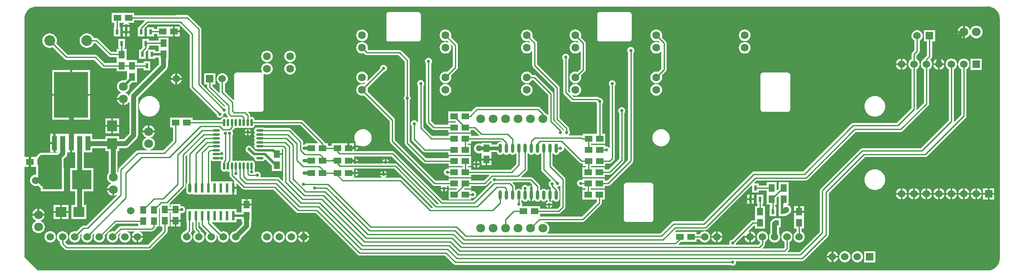
<source format=gbl>
%FSLAX25Y25*%
%MOIN*%
G70*
G01*
G75*
G04 Layer_Physical_Order=2*
G04 Layer_Color=16711680*
%ADD10C,0.07000*%
%ADD11C,0.06000*%
%ADD12C,0.01000*%
%ADD13C,0.04000*%
%ADD14C,0.03000*%
%ADD15C,0.02000*%
%ADD16C,0.02500*%
%ADD17C,0.08661*%
%ADD18C,0.07087*%
%ADD19C,0.06000*%
%ADD20R,0.06000X0.06000*%
%ADD21C,0.06300*%
%ADD22C,0.02500*%
%ADD23C,0.05000*%
%ADD24R,0.05000X0.06000*%
%ADD25O,0.01969X0.05906*%
%ADD26O,0.05906X0.01969*%
%ADD27R,0.02362X0.04299*%
%ADD28R,0.06000X0.05000*%
%ADD29O,0.02400X0.07400*%
%ADD30R,0.04213X0.11811*%
%ADD31R,0.27559X0.37008*%
%ADD32R,0.08858X0.08071*%
%ADD33R,0.08071X0.08858*%
%ADD34R,0.15748X0.15748*%
%ADD35O,0.02400X0.07600*%
%ADD36R,0.02400X0.07600*%
G36*
X777372Y214352D02*
X779245Y213783D01*
X780972Y212861D01*
X782485Y211619D01*
X783727Y210106D01*
X784650Y208379D01*
X785218Y206506D01*
X785410Y204558D01*
X785404Y204499D01*
X785370Y204331D01*
Y204328D01*
X785370Y204328D01*
X785370Y204327D01*
Y11811D01*
X785370Y11811D01*
X785370D01*
Y11811D01*
X785395Y11689D01*
X785218Y9896D01*
X784659Y8055D01*
X783752Y6357D01*
X782532Y4870D01*
X781044Y3649D01*
X779347Y2742D01*
X777506Y2183D01*
X775713Y2007D01*
X775591Y2031D01*
X12652D01*
X2031Y12652D01*
Y85500D01*
X5750D01*
Y89499D01*
Y93500D01*
X2031D01*
Y205054D01*
X2172Y206484D01*
X2743Y208365D01*
X3669Y210099D01*
X4917Y211619D01*
X6436Y212866D01*
X8170Y213793D01*
X10051Y214363D01*
X11481Y214504D01*
X775194D01*
X775194Y214504D01*
X775194Y214504D01*
X775197D01*
X775365Y214538D01*
X775424Y214544D01*
X777372Y214352D01*
D02*
G37*
%LPC*%
G36*
X745685Y62925D02*
X741995D01*
X742051Y62500D01*
X742504Y61405D01*
X743225Y60465D01*
X744165Y59744D01*
X745260Y59290D01*
X745685Y59235D01*
Y62925D01*
D02*
G37*
G36*
X750875D02*
X747185D01*
Y59235D01*
X747610Y59290D01*
X748704Y59744D01*
X749644Y60465D01*
X750365Y61405D01*
X750819Y62500D01*
X750875Y62925D01*
D02*
G37*
G36*
X740875D02*
X737185D01*
Y59235D01*
X737609Y59290D01*
X738704Y59744D01*
X739644Y60465D01*
X740366Y61405D01*
X740819Y62500D01*
X740875Y62925D01*
D02*
G37*
G36*
X730875D02*
X727185D01*
Y59235D01*
X727609Y59290D01*
X728704Y59744D01*
X729644Y60465D01*
X730366Y61405D01*
X730819Y62500D01*
X730875Y62925D01*
D02*
G37*
G36*
X735685D02*
X731995D01*
X732051Y62500D01*
X732504Y61405D01*
X733225Y60465D01*
X734165Y59744D01*
X735260Y59290D01*
X735685Y59235D01*
Y62925D01*
D02*
G37*
G36*
X770875D02*
X767185D01*
Y59235D01*
X767610Y59290D01*
X768704Y59744D01*
X769644Y60465D01*
X770365Y61405D01*
X770819Y62500D01*
X770875Y62925D01*
D02*
G37*
G36*
X584475Y63063D02*
X582543D01*
Y60163D01*
X584475D01*
Y63063D01*
D02*
G37*
G36*
X765685Y62925D02*
X761995D01*
X762051Y62500D01*
X762504Y61405D01*
X763225Y60465D01*
X764165Y59744D01*
X765260Y59290D01*
X765685Y59235D01*
Y62925D01*
D02*
G37*
G36*
X755685D02*
X751995D01*
X752051Y62500D01*
X752504Y61405D01*
X753225Y60465D01*
X754165Y59744D01*
X755260Y59290D01*
X755685Y59235D01*
Y62925D01*
D02*
G37*
G36*
X760875D02*
X757185D01*
Y59235D01*
X757610Y59290D01*
X758704Y59744D01*
X759644Y60465D01*
X760365Y61405D01*
X760819Y62500D01*
X760875Y62925D01*
D02*
G37*
G36*
X775685D02*
X771935D01*
Y59175D01*
X775685D01*
Y62925D01*
D02*
G37*
G36*
X780935D02*
X777185D01*
Y59175D01*
X780935D01*
Y62925D01*
D02*
G37*
G36*
X587906Y58663D02*
X585975D01*
Y55764D01*
X587906D01*
Y58663D01*
D02*
G37*
G36*
X184500Y59457D02*
X181250D01*
Y55707D01*
X184500D01*
Y59457D01*
D02*
G37*
G36*
X584475Y58663D02*
X582543D01*
Y55764D01*
X584475D01*
Y58663D01*
D02*
G37*
G36*
X720875Y62925D02*
X717185D01*
Y59235D01*
X717610Y59290D01*
X718704Y59744D01*
X719644Y60465D01*
X720365Y61405D01*
X720819Y62500D01*
X720875Y62925D01*
D02*
G37*
G36*
X725685D02*
X721995D01*
X722051Y62500D01*
X722504Y61405D01*
X723225Y60465D01*
X724165Y59744D01*
X725260Y59290D01*
X725685Y59235D01*
Y62925D01*
D02*
G37*
G36*
X715685D02*
X711995D01*
X712051Y62500D01*
X712504Y61405D01*
X713225Y60465D01*
X714165Y59744D01*
X715260Y59290D01*
X715685Y59235D01*
Y62925D01*
D02*
G37*
G36*
X705685D02*
X701995D01*
X702051Y62500D01*
X702504Y61405D01*
X703225Y60465D01*
X704165Y59744D01*
X705260Y59290D01*
X705685Y59235D01*
Y62925D01*
D02*
G37*
G36*
X710875D02*
X707185D01*
Y59235D01*
X707610Y59290D01*
X708704Y59744D01*
X709644Y60465D01*
X710365Y61405D01*
X710819Y62500D01*
X710875Y62925D01*
D02*
G37*
G36*
X755685Y68115D02*
X755260Y68059D01*
X754165Y67605D01*
X753225Y66884D01*
X752504Y65944D01*
X752051Y64849D01*
X751995Y64425D01*
X755685D01*
Y68115D01*
D02*
G37*
G36*
X757185D02*
Y64425D01*
X760875D01*
X760819Y64849D01*
X760365Y65944D01*
X759644Y66884D01*
X758704Y67605D01*
X757610Y68059D01*
X757185Y68115D01*
D02*
G37*
G36*
X747185D02*
Y64425D01*
X750875D01*
X750819Y64849D01*
X750365Y65944D01*
X749644Y66884D01*
X748704Y67605D01*
X747610Y68059D01*
X747185Y68115D01*
D02*
G37*
G36*
X737185D02*
Y64425D01*
X740875D01*
X740819Y64849D01*
X740366Y65944D01*
X739644Y66884D01*
X738704Y67605D01*
X737609Y68059D01*
X737185Y68115D01*
D02*
G37*
G36*
X745685D02*
X745260Y68059D01*
X744165Y67605D01*
X743225Y66884D01*
X742504Y65944D01*
X742051Y64849D01*
X741995Y64425D01*
X745685D01*
Y68115D01*
D02*
G37*
G36*
X780935Y68175D02*
X777185D01*
Y64425D01*
X780935D01*
Y68175D01*
D02*
G37*
G36*
X338250Y67250D02*
X336334D01*
X336598Y66613D01*
X337039Y66039D01*
X337613Y65598D01*
X338250Y65334D01*
Y67250D01*
D02*
G37*
G36*
X775685Y68175D02*
X771935D01*
Y64425D01*
X775685D01*
Y68175D01*
D02*
G37*
G36*
X765685Y68115D02*
X765260Y68059D01*
X764165Y67605D01*
X763225Y66884D01*
X762504Y65944D01*
X762051Y64849D01*
X761995Y64425D01*
X765685D01*
Y68115D01*
D02*
G37*
G36*
X767185D02*
Y64425D01*
X770875D01*
X770819Y64849D01*
X770365Y65944D01*
X769644Y66884D01*
X768704Y67605D01*
X767610Y68059D01*
X767185Y68115D01*
D02*
G37*
G36*
X705685D02*
X705260Y68059D01*
X704165Y67605D01*
X703225Y66884D01*
X702504Y65944D01*
X702051Y64849D01*
X701995Y64425D01*
X705685D01*
Y68115D01*
D02*
G37*
G36*
X707185D02*
Y64425D01*
X710875D01*
X710819Y64849D01*
X710365Y65944D01*
X709644Y66884D01*
X708704Y67605D01*
X707610Y68059D01*
X707185Y68115D01*
D02*
G37*
G36*
X172480Y67707D02*
X170530D01*
Y63157D01*
X172480D01*
Y67707D01*
D02*
G37*
G36*
X587906Y63063D02*
X585975D01*
Y60163D01*
X587906D01*
Y63063D01*
D02*
G37*
G36*
X72650Y66408D02*
X68412D01*
X68486Y65841D01*
X68995Y64614D01*
X69803Y63561D01*
X70857Y62752D01*
X72083Y62244D01*
X72650Y62169D01*
Y66408D01*
D02*
G37*
G36*
X727185Y68115D02*
Y64425D01*
X730875D01*
X730819Y64849D01*
X730366Y65944D01*
X729644Y66884D01*
X728704Y67605D01*
X727609Y68059D01*
X727185Y68115D01*
D02*
G37*
G36*
X735685D02*
X735260Y68059D01*
X734165Y67605D01*
X733225Y66884D01*
X732504Y65944D01*
X732051Y64849D01*
X731995Y64425D01*
X735685D01*
Y68115D01*
D02*
G37*
G36*
X725685D02*
X725260Y68059D01*
X724165Y67605D01*
X723225Y66884D01*
X722504Y65944D01*
X722051Y64849D01*
X721995Y64425D01*
X725685D01*
Y68115D01*
D02*
G37*
G36*
X715685D02*
X715260Y68059D01*
X714165Y67605D01*
X713225Y66884D01*
X712504Y65944D01*
X712051Y64849D01*
X711995Y64425D01*
X715685D01*
Y68115D01*
D02*
G37*
G36*
X717185D02*
Y64425D01*
X720875D01*
X720819Y64849D01*
X720365Y65944D01*
X719644Y66884D01*
X718704Y67605D01*
X717610Y68059D01*
X717185Y68115D01*
D02*
G37*
G36*
X92030Y28250D02*
X88340D01*
X88395Y27825D01*
X88849Y26730D01*
X89570Y25790D01*
X90510Y25069D01*
X91605Y24616D01*
X92030Y24560D01*
Y28250D01*
D02*
G37*
G36*
X97220D02*
X93530D01*
Y24560D01*
X93954Y24616D01*
X95049Y25069D01*
X95989Y25790D01*
X96710Y26730D01*
X97164Y27825D01*
X97220Y28250D01*
D02*
G37*
G36*
X628205Y48468D02*
X620205D01*
Y44718D01*
Y35718D01*
X622166D01*
Y33026D01*
X621935Y32931D01*
X620995Y32209D01*
X620274Y31269D01*
X619821Y30175D01*
X619666Y29000D01*
X619821Y27825D01*
X620274Y26730D01*
X620995Y25790D01*
X621935Y25069D01*
X623030Y24616D01*
X624205Y24461D01*
X625380Y24616D01*
X626474Y25069D01*
X627414Y25790D01*
X628135Y26730D01*
X628589Y27825D01*
X628744Y29000D01*
X628589Y30175D01*
X628135Y31269D01*
X627414Y32209D01*
X626474Y32931D01*
X626244Y33026D01*
Y35718D01*
X628205D01*
Y44718D01*
Y48468D01*
D02*
G37*
G36*
X216465Y33539D02*
X215290Y33384D01*
X214195Y32931D01*
X213255Y32209D01*
X212534Y31269D01*
X212081Y30175D01*
X211926Y29000D01*
X212081Y27825D01*
X212534Y26730D01*
X213255Y25790D01*
X214195Y25069D01*
X215290Y24616D01*
X216465Y24461D01*
X217639Y24616D01*
X218734Y25069D01*
X219674Y25790D01*
X220395Y26730D01*
X220849Y27825D01*
X221004Y29000D01*
X220849Y30175D01*
X220395Y31269D01*
X219674Y32209D01*
X218734Y32931D01*
X217639Y33384D01*
X216465Y33539D01*
D02*
G37*
G36*
X609386Y44063D02*
X604024D01*
Y43626D01*
X603648Y43471D01*
X602917Y42910D01*
X602024Y42016D01*
X601463Y41285D01*
X601110Y40433D01*
X600990Y39520D01*
Y31791D01*
X600589Y31269D01*
X600136Y30175D01*
X599981Y29000D01*
X600136Y27825D01*
X600589Y26730D01*
X601310Y25790D01*
X602250Y25069D01*
X603345Y24616D01*
X604520Y24461D01*
X605694Y24616D01*
X606789Y25069D01*
X607729Y25790D01*
X608451Y26730D01*
X608904Y27825D01*
X609059Y29000D01*
X608904Y30175D01*
X608451Y31269D01*
X608050Y31791D01*
Y36764D01*
X609386D01*
Y44063D01*
D02*
G37*
G36*
X562617Y28250D02*
X558927D01*
Y24560D01*
X559352Y24616D01*
X560447Y25069D01*
X561387Y25790D01*
X562108Y26730D01*
X562561Y27825D01*
X562617Y28250D01*
D02*
G37*
G36*
X584085D02*
X580395D01*
X580451Y27825D01*
X580904Y26730D01*
X581625Y25790D01*
X582565Y25069D01*
X583660Y24616D01*
X584085Y24560D01*
Y28250D01*
D02*
G37*
G36*
X557427D02*
X553737D01*
X553793Y27825D01*
X554247Y26730D01*
X554968Y25790D01*
X555908Y25069D01*
X557002Y24616D01*
X557427Y24560D01*
Y28250D01*
D02*
G37*
G36*
X225557D02*
X221867D01*
X221923Y27825D01*
X222376Y26730D01*
X223098Y25790D01*
X224038Y25069D01*
X225132Y24616D01*
X225557Y24560D01*
Y28250D01*
D02*
G37*
G36*
X230747D02*
X227057D01*
Y24560D01*
X227482Y24616D01*
X228577Y25069D01*
X229517Y25790D01*
X230238Y26730D01*
X230691Y27825D01*
X230747Y28250D01*
D02*
G37*
G36*
X650163Y12250D02*
X646473D01*
X646529Y11825D01*
X646983Y10731D01*
X647704Y9791D01*
X648644Y9069D01*
X649739Y8616D01*
X650163Y8560D01*
Y12250D01*
D02*
G37*
G36*
X655353D02*
X651663D01*
Y8560D01*
X652088Y8616D01*
X653183Y9069D01*
X654123Y9791D01*
X654844Y10731D01*
X655298Y11825D01*
X655353Y12250D01*
D02*
G37*
G36*
X685413Y17500D02*
X676413D01*
Y8500D01*
X685413D01*
Y17500D01*
D02*
G37*
G36*
X660913Y17539D02*
X659739Y17384D01*
X658644Y16931D01*
X657704Y16209D01*
X656983Y15269D01*
X656529Y14175D01*
X656375Y13000D01*
X656529Y11825D01*
X656983Y10731D01*
X657704Y9791D01*
X658644Y9069D01*
X659739Y8616D01*
X660913Y8461D01*
X662088Y8616D01*
X663183Y9069D01*
X664123Y9791D01*
X664844Y10731D01*
X665298Y11825D01*
X665452Y13000D01*
X665298Y14175D01*
X664844Y15269D01*
X664123Y16209D01*
X663183Y16931D01*
X662088Y17384D01*
X660913Y17539D01*
D02*
G37*
G36*
X670913D02*
X669739Y17384D01*
X668644Y16931D01*
X667704Y16209D01*
X666983Y15269D01*
X666529Y14175D01*
X666374Y13000D01*
X666529Y11825D01*
X666983Y10731D01*
X667704Y9791D01*
X668644Y9069D01*
X669739Y8616D01*
X670913Y8461D01*
X672088Y8616D01*
X673183Y9069D01*
X674123Y9791D01*
X674844Y10731D01*
X675297Y11825D01*
X675452Y13000D01*
X675297Y14175D01*
X674844Y15269D01*
X674123Y16209D01*
X673183Y16931D01*
X672088Y17384D01*
X670913Y17539D01*
D02*
G37*
G36*
X196780Y33539D02*
X195605Y33384D01*
X194510Y32931D01*
X193570Y32209D01*
X192849Y31269D01*
X192395Y30175D01*
X192241Y29000D01*
X192395Y27825D01*
X192849Y26730D01*
X193570Y25790D01*
X194510Y25069D01*
X195605Y24616D01*
X196780Y24461D01*
X197954Y24616D01*
X199049Y25069D01*
X199989Y25790D01*
X200710Y26730D01*
X201164Y27825D01*
X201319Y29000D01*
X201164Y30175D01*
X200710Y31269D01*
X199989Y32209D01*
X199049Y32931D01*
X197954Y33384D01*
X196780Y33539D01*
D02*
G37*
G36*
X206622D02*
X205447Y33384D01*
X204353Y32931D01*
X203413Y32209D01*
X202691Y31269D01*
X202238Y30175D01*
X202083Y29000D01*
X202238Y27825D01*
X202691Y26730D01*
X203413Y25790D01*
X204353Y25069D01*
X205447Y24616D01*
X206622Y24461D01*
X207797Y24616D01*
X208892Y25069D01*
X209832Y25790D01*
X210553Y26730D01*
X211006Y27825D01*
X211161Y29000D01*
X211006Y30175D01*
X210553Y31269D01*
X209832Y32209D01*
X208892Y32931D01*
X207797Y33384D01*
X206622Y33539D01*
D02*
G37*
G36*
X22780D02*
X21605Y33384D01*
X20510Y32931D01*
X19570Y32209D01*
X18849Y31269D01*
X18395Y30175D01*
X18241Y29000D01*
X18395Y27825D01*
X18849Y26730D01*
X19570Y25790D01*
X20510Y25069D01*
X21605Y24616D01*
X22780Y24461D01*
X23954Y24616D01*
X25049Y25069D01*
X25989Y25790D01*
X26710Y26730D01*
X27164Y27825D01*
X27318Y29000D01*
X27164Y30175D01*
X26710Y31269D01*
X25989Y32209D01*
X25049Y32931D01*
X23954Y33384D01*
X22780Y33539D01*
D02*
G37*
G36*
X650163Y17440D02*
X649739Y17384D01*
X648644Y16931D01*
X647704Y16209D01*
X646983Y15269D01*
X646529Y14175D01*
X646473Y13750D01*
X650163D01*
Y17440D01*
D02*
G37*
G36*
X651663D02*
Y13750D01*
X655353D01*
X655298Y14175D01*
X654844Y15269D01*
X654123Y16209D01*
X653183Y16931D01*
X652088Y17384D01*
X651663Y17440D01*
D02*
G37*
G36*
X14085Y51831D02*
Y47592D01*
X18323D01*
X18248Y48159D01*
X17740Y49386D01*
X16932Y50439D01*
X15878Y51248D01*
X14651Y51756D01*
X14085Y51831D01*
D02*
G37*
G36*
X184500Y54207D02*
X176500D01*
Y50457D01*
Y48549D01*
X172480D01*
Y51257D01*
X132080D01*
Y40657D01*
X132560D01*
Y34991D01*
X130845Y33277D01*
X130010Y32931D01*
X129070Y32209D01*
X128349Y31269D01*
X127895Y30175D01*
X127741Y29000D01*
X127895Y27825D01*
X128349Y26730D01*
X129070Y25790D01*
X130010Y25069D01*
X131105Y24616D01*
X132280Y24461D01*
X133454Y24616D01*
X134549Y25069D01*
X135489Y25790D01*
X136210Y26730D01*
X136664Y27825D01*
X136819Y29000D01*
X136664Y30175D01*
X136210Y31269D01*
X135514Y32177D01*
X136041Y32704D01*
X136483Y33366D01*
X136638Y34146D01*
Y40657D01*
X137740D01*
Y35646D01*
X137896Y34866D01*
X138338Y34205D01*
X139448Y33094D01*
X139416Y32595D01*
X138913Y32209D01*
X138191Y31269D01*
X137738Y30175D01*
X137583Y29000D01*
X137738Y27825D01*
X138191Y26730D01*
X138913Y25790D01*
X139853Y25069D01*
X140947Y24616D01*
X142122Y24461D01*
X143297Y24616D01*
X144392Y25069D01*
X145332Y25790D01*
X146053Y26730D01*
X146506Y27825D01*
X146661Y29000D01*
X146506Y30175D01*
X146053Y31269D01*
X145332Y32209D01*
X144392Y32931D01*
X144161Y33026D01*
Y33304D01*
X144006Y34084D01*
X143564Y34746D01*
X143564Y34746D01*
X143564D01*
D01*
X143564Y34746D01*
Y34746D01*
X141819Y36491D01*
Y40657D01*
X142740D01*
Y38646D01*
X142740Y38646D01*
X142740D01*
X142896Y37866D01*
X143338Y37205D01*
X148572Y31970D01*
X148034Y31269D01*
X147581Y30175D01*
X147426Y29000D01*
X147581Y27825D01*
X148034Y26730D01*
X148755Y25790D01*
X149695Y25069D01*
X150790Y24616D01*
X151965Y24461D01*
X153139Y24616D01*
X154234Y25069D01*
X155174Y25790D01*
X155895Y26730D01*
X156349Y27825D01*
X156503Y29000D01*
X156372Y30001D01*
X156820Y30222D01*
X157358Y29684D01*
X157268Y29000D01*
X157423Y27825D01*
X157877Y26730D01*
X158598Y25790D01*
X159538Y25069D01*
X160633Y24616D01*
X161807Y24461D01*
X162982Y24616D01*
X164077Y25069D01*
X165017Y25790D01*
X165738Y26730D01*
X166191Y27825D01*
X166346Y29000D01*
X166191Y30175D01*
X165738Y31269D01*
X165017Y32209D01*
X164077Y32931D01*
X162982Y33384D01*
X161807Y33539D01*
X160633Y33384D01*
X159779Y33031D01*
X152615Y40195D01*
X152807Y40657D01*
X172480D01*
Y43451D01*
X176500D01*
Y41457D01*
X176970D01*
Y40883D01*
X176970Y40883D01*
Y39312D01*
X171127Y33470D01*
X170475Y33384D01*
X169380Y32931D01*
X168440Y32209D01*
X167719Y31269D01*
X167266Y30175D01*
X167111Y29000D01*
X167266Y27825D01*
X167719Y26730D01*
X168440Y25790D01*
X169380Y25069D01*
X170475Y24616D01*
X171650Y24461D01*
X172825Y24616D01*
X173919Y25069D01*
X174859Y25790D01*
X175581Y26730D01*
X176034Y27825D01*
X176120Y28477D01*
X182996Y35354D01*
X183557Y36085D01*
X183910Y36937D01*
X184030Y37850D01*
Y40883D01*
X184030Y40883D01*
Y41457D01*
X184500D01*
Y50457D01*
Y54207D01*
D02*
G37*
G36*
X12585Y51831D02*
X12018Y51756D01*
X10791Y51248D01*
X9738Y50439D01*
X8929Y49386D01*
X8421Y48159D01*
X8347Y47592D01*
X12585D01*
Y51831D01*
D02*
G37*
G36*
X30750Y48250D02*
X25571D01*
Y43464D01*
X30750D01*
Y48250D01*
D02*
G37*
G36*
X37429D02*
X32250D01*
Y43464D01*
X37429D01*
Y48250D01*
D02*
G37*
G36*
X628205Y53718D02*
X624955D01*
Y49968D01*
X628205D01*
Y53718D01*
D02*
G37*
G36*
X179750Y59457D02*
X176500D01*
Y55707D01*
X179750D01*
Y59457D01*
D02*
G37*
G36*
X623455Y53718D02*
X620205D01*
Y49968D01*
X623455D01*
Y53718D01*
D02*
G37*
G36*
X30750Y54535D02*
X25571D01*
Y49750D01*
X30750D01*
Y54535D01*
D02*
G37*
G36*
X37429D02*
X32250D01*
Y49750D01*
X37429D01*
Y54535D01*
D02*
G37*
G36*
X557427Y33440D02*
X557002Y33384D01*
X555908Y32931D01*
X554968Y32209D01*
X554247Y31269D01*
X553793Y30175D01*
X553737Y29750D01*
X557427D01*
Y33440D01*
D02*
G37*
G36*
X558927D02*
Y29750D01*
X562617D01*
X562561Y30175D01*
X562108Y31269D01*
X561387Y32209D01*
X560447Y32931D01*
X559352Y33384D01*
X558927Y33440D01*
D02*
G37*
G36*
X227057D02*
Y29750D01*
X230747D01*
X230691Y30175D01*
X230238Y31269D01*
X229517Y32209D01*
X228577Y32931D01*
X227482Y33384D01*
X227057Y33440D01*
D02*
G37*
G36*
X589275Y28250D02*
X585585D01*
Y24560D01*
X586010Y24616D01*
X587104Y25069D01*
X588044Y25790D01*
X588765Y26730D01*
X589219Y27825D01*
X589275Y28250D01*
D02*
G37*
G36*
X225557Y33440D02*
X225132Y33384D01*
X224038Y32931D01*
X223098Y32209D01*
X222376Y31269D01*
X221923Y30175D01*
X221867Y29750D01*
X225557D01*
Y33440D01*
D02*
G37*
G36*
X127435Y41150D02*
X124185D01*
Y37400D01*
X127435D01*
Y41150D01*
D02*
G37*
G36*
X485393Y72621D02*
X484612Y72466D01*
X483951Y72024D01*
X483509Y71362D01*
X483353Y70582D01*
Y43023D01*
X483509Y42243D01*
X483951Y41581D01*
X484612Y41139D01*
X485393Y40984D01*
X485433Y40992D01*
X505078D01*
X505855Y41146D01*
X506514Y41587D01*
X506954Y42246D01*
X507109Y43023D01*
Y70582D01*
X506954Y71359D01*
X506514Y72018D01*
X505855Y72458D01*
X505078Y72613D01*
X485433D01*
X485393Y72621D01*
D02*
G37*
G36*
X122685Y41150D02*
X119435D01*
Y37400D01*
X122685D01*
Y41150D01*
D02*
G37*
G36*
X585585Y33440D02*
Y29750D01*
X589275D01*
X589219Y30175D01*
X588765Y31269D01*
X588044Y32209D01*
X587104Y32931D01*
X586010Y33384D01*
X585585Y33440D01*
D02*
G37*
G36*
X18323Y46092D02*
X8347D01*
X8421Y45526D01*
X8929Y44299D01*
X9738Y43246D01*
X10791Y42437D01*
X11433Y42171D01*
Y41671D01*
X10791Y41405D01*
X9738Y40597D01*
X8929Y39543D01*
X8421Y38317D01*
X8248Y37000D01*
X8421Y35683D01*
X8929Y34457D01*
X9738Y33403D01*
X10791Y32595D01*
X12018Y32087D01*
X13335Y31913D01*
X14651Y32087D01*
X15878Y32595D01*
X16932Y33403D01*
X17740Y34457D01*
X18248Y35683D01*
X18422Y37000D01*
X18248Y38317D01*
X17740Y39543D01*
X16932Y40597D01*
X15878Y41405D01*
X14651Y41914D01*
X15878Y42437D01*
X15878D01*
D01*
D01*
D01*
X15878Y42437D01*
X16932Y43246D01*
X17740Y44299D01*
X18248Y45526D01*
X18323Y46092D01*
D02*
G37*
G36*
X580500Y185911D02*
X579286Y185751D01*
X578155Y185282D01*
X577183Y184537D01*
X576438Y183566D01*
X575970Y182434D01*
X575810Y181220D01*
X575970Y180007D01*
X576438Y178875D01*
X577183Y177904D01*
X578155Y177159D01*
X579286Y176690D01*
X580500Y176530D01*
X581714Y176690D01*
X582845Y177159D01*
X583816Y177904D01*
X584562Y178875D01*
X585030Y180007D01*
X585190Y181220D01*
X585030Y182434D01*
X584562Y183566D01*
X583816Y184537D01*
X582845Y185282D01*
X581714Y185751D01*
X580500Y185911D01*
D02*
G37*
G36*
X215354Y178981D02*
X214140Y178822D01*
X213009Y178353D01*
X212038Y177608D01*
X211293Y176636D01*
X210824Y175505D01*
X210664Y174291D01*
X210824Y173077D01*
X211293Y171946D01*
X212038Y170975D01*
X213009Y170230D01*
X214140Y169761D01*
X215354Y169601D01*
X216568Y169761D01*
X217699Y170230D01*
X218671Y170975D01*
X219416Y171946D01*
X219885Y173077D01*
X220044Y174291D01*
X219885Y175505D01*
X219416Y176636D01*
X218671Y177608D01*
X217699Y178353D01*
X216568Y178822D01*
X215354Y178981D01*
D02*
G37*
G36*
X444488Y195911D02*
X443274Y195751D01*
X442143Y195282D01*
X441172Y194537D01*
X440426Y193565D01*
X439958Y192434D01*
X439798Y191220D01*
X439958Y190007D01*
X440426Y188875D01*
X441172Y187904D01*
X442143Y187159D01*
X443274Y186690D01*
X444488Y186530D01*
X445702Y186690D01*
X446008Y186817D01*
X447179Y185646D01*
X446849Y185270D01*
X446833Y185282D01*
X445702Y185751D01*
X444488Y185911D01*
X443274Y185751D01*
X442143Y185282D01*
X441172Y184537D01*
X440426Y183565D01*
X439958Y182434D01*
X439798Y181220D01*
X439958Y180007D01*
X440426Y178875D01*
X441172Y177904D01*
X442143Y177159D01*
X443274Y176690D01*
X444488Y176530D01*
X445702Y176690D01*
X446833Y177159D01*
X447805Y177904D01*
X448267Y178507D01*
X448740Y178346D01*
Y164498D01*
X446008Y161766D01*
X445702Y161892D01*
X444488Y162052D01*
X443274Y161892D01*
X442143Y161424D01*
X441172Y160679D01*
X440426Y159707D01*
X439958Y158576D01*
X439798Y157362D01*
X439958Y156148D01*
X440426Y155017D01*
X441172Y154046D01*
X442143Y153300D01*
X443274Y152832D01*
X444488Y152672D01*
X445702Y152832D01*
X446833Y153300D01*
X447805Y154046D01*
X448550Y155017D01*
X449018Y156148D01*
X449178Y157362D01*
X449018Y158576D01*
X448892Y158882D01*
X452221Y162212D01*
X452664Y162873D01*
X452819Y163654D01*
D01*
D01*
D01*
D01*
D01*
X452819D01*
D01*
D01*
D01*
D01*
Y163654D01*
X452819D01*
D01*
Y163654D01*
D01*
D01*
D01*
D01*
D01*
D01*
D01*
D01*
D01*
D01*
D01*
D01*
Y163654D01*
D01*
X452819D01*
D01*
D01*
D01*
D01*
X452819Y163654D01*
Y184929D01*
X452664Y185709D01*
X452221Y186371D01*
X452221Y186371D01*
D01*
X452221D01*
D01*
D01*
X452221Y186371D01*
Y186371D01*
X448892Y189701D01*
X449018Y190007D01*
X449178Y191220D01*
X449018Y192434D01*
X448550Y193565D01*
X447805Y194537D01*
X446833Y195282D01*
X445702Y195751D01*
X444488Y195911D01*
D02*
G37*
G36*
X509449D02*
X508235Y195751D01*
X507104Y195282D01*
X506132Y194537D01*
X505387Y193565D01*
X504918Y192434D01*
X504759Y191220D01*
X504918Y190007D01*
X505387Y188875D01*
X506132Y187904D01*
X507104Y187159D01*
X508235Y186690D01*
X509449Y186530D01*
X510663Y186690D01*
X510969Y186817D01*
X512140Y185645D01*
X511810Y185270D01*
X511794Y185282D01*
X510663Y185751D01*
X509449Y185911D01*
X508235Y185751D01*
X507104Y185282D01*
X506132Y184537D01*
X505387Y183565D01*
X504918Y182434D01*
X504759Y181220D01*
X504918Y180007D01*
X505387Y178875D01*
X506132Y177904D01*
X507104Y177159D01*
X508235Y176690D01*
X509449Y176530D01*
X510663Y176690D01*
X511794Y177159D01*
X512765Y177904D01*
X513137Y178389D01*
X513610Y178228D01*
Y164408D01*
X510969Y161766D01*
X510663Y161892D01*
X509449Y162052D01*
X508235Y161892D01*
X507104Y161424D01*
X506132Y160679D01*
X505387Y159707D01*
X504918Y158576D01*
X504759Y157362D01*
X504918Y156148D01*
X505387Y155017D01*
X506132Y154046D01*
X507104Y153300D01*
X508235Y152832D01*
X509449Y152672D01*
X510663Y152832D01*
X511794Y153300D01*
X512765Y154046D01*
X513511Y155017D01*
X513979Y156148D01*
X514139Y157362D01*
X513979Y158576D01*
X513852Y158882D01*
X517092Y162121D01*
X517092Y162121D01*
X517534Y162783D01*
D01*
D01*
D01*
Y162783D01*
X517534D01*
D01*
D01*
D01*
D01*
X517534D01*
D01*
D01*
D01*
D01*
Y162783D01*
X517534D01*
D01*
Y162783D01*
D01*
D01*
D01*
D01*
D01*
D01*
D01*
D01*
D01*
D01*
D01*
D01*
Y162783D01*
D01*
X517534D01*
D01*
D01*
D01*
D01*
X517534Y162783D01*
X517689Y163563D01*
X517689Y163563D01*
Y185020D01*
X517534Y185800D01*
X517092Y186462D01*
X513853Y189701D01*
X513979Y190007D01*
X514139Y191220D01*
X513979Y192434D01*
X513511Y193565D01*
X512765Y194537D01*
X511794Y195282D01*
X510663Y195751D01*
X509449Y195911D01*
D02*
G37*
G36*
Y152052D02*
X508235Y151892D01*
X507104Y151424D01*
X506132Y150679D01*
X505387Y149707D01*
X504918Y148576D01*
X504759Y147362D01*
X504918Y146148D01*
X505387Y145017D01*
X506132Y144046D01*
X507104Y143300D01*
X508235Y142832D01*
X509449Y142672D01*
X510663Y142832D01*
X511794Y143300D01*
X512765Y144046D01*
X513511Y145017D01*
X513979Y146148D01*
X514139Y147362D01*
X513979Y148576D01*
X513511Y149707D01*
X512765Y150679D01*
X511794Y151424D01*
X510663Y151892D01*
X509449Y152052D01*
D02*
G37*
G36*
X38825Y163392D02*
X24295D01*
Y144138D01*
X38825D01*
Y163392D01*
D02*
G37*
G36*
X340158Y152052D02*
X338944Y151892D01*
X337812Y151424D01*
X336841Y150679D01*
X336096Y149707D01*
X335627Y148576D01*
X335467Y147362D01*
X335627Y146148D01*
X336096Y145017D01*
X336841Y144046D01*
X337812Y143300D01*
X338944Y142832D01*
X340158Y142672D01*
X341371Y142832D01*
X342502Y143300D01*
X343474Y144046D01*
X344219Y145017D01*
X344688Y146148D01*
X344848Y147362D01*
X344688Y148576D01*
X344219Y149707D01*
X343474Y150679D01*
X342502Y151424D01*
X341371Y151892D01*
X340158Y152052D01*
D02*
G37*
G36*
X405512D02*
X404298Y151892D01*
X403167Y151424D01*
X402195Y150679D01*
X401450Y149707D01*
X400982Y148576D01*
X400822Y147362D01*
X400982Y146148D01*
X401450Y145017D01*
X402195Y144046D01*
X403167Y143300D01*
X404298Y142832D01*
X405512Y142672D01*
X406726Y142832D01*
X407857Y143300D01*
X408828Y144046D01*
X409574Y145017D01*
X410042Y146148D01*
X410202Y147362D01*
X410042Y148576D01*
X409574Y149707D01*
X408828Y150679D01*
X407857Y151424D01*
X406726Y151892D01*
X405512Y152052D01*
D02*
G37*
G36*
X38825Y142638D02*
X24295D01*
Y123384D01*
X38825D01*
Y142638D01*
D02*
G37*
G36*
X54854D02*
X40325D01*
Y123384D01*
X54854D01*
Y142638D01*
D02*
G37*
G36*
X71750Y124329D02*
X66965D01*
Y119150D01*
X71750D01*
Y124329D01*
D02*
G37*
G36*
X78035D02*
X73250D01*
Y119150D01*
X78035D01*
Y124329D01*
D02*
G37*
G36*
X614920Y161275D02*
X595235D01*
X594458Y161120D01*
X593799Y160680D01*
X593359Y160021D01*
X593204Y159244D01*
Y131685D01*
X593204Y131685D01*
X593204D01*
X593359Y130907D01*
X593799Y130248D01*
X594458Y129808D01*
X595235Y129653D01*
X614920D01*
X615697Y129808D01*
X616356Y130248D01*
X616797Y130907D01*
X616951Y131685D01*
Y159244D01*
X616797Y160021D01*
X616356Y160680D01*
X615697Y161120D01*
X614920Y161275D01*
D02*
G37*
G36*
X80750Y139408D02*
X76512D01*
X76587Y138841D01*
X77095Y137614D01*
X77903Y136560D01*
X78957Y135752D01*
X80183Y135244D01*
X80750Y135169D01*
Y139408D01*
D02*
G37*
G36*
X102322Y142421D02*
X100696Y142261D01*
X99133Y141787D01*
X97693Y141017D01*
X96431Y139980D01*
X95394Y138718D01*
X94625Y137278D01*
X94151Y135715D01*
X93990Y134089D01*
X94151Y132464D01*
X94625Y130901D01*
X95394Y129461D01*
X96431Y128198D01*
X97693Y127162D01*
X99133Y126392D01*
X100696Y125918D01*
X102322Y125758D01*
X103947Y125918D01*
X105510Y126392D01*
X106950Y127162D01*
X108213Y128198D01*
X109249Y129461D01*
X110019Y130901D01*
X110493Y132464D01*
X110653Y134089D01*
X110493Y135715D01*
X110019Y137278D01*
X109249Y138718D01*
X108213Y139980D01*
X106950Y141017D01*
X105510Y141787D01*
X103947Y142261D01*
X102322Y142421D01*
D02*
G37*
G36*
X684999D02*
X683374Y142261D01*
X681811Y141787D01*
X680370Y141017D01*
X679108Y139980D01*
X678072Y138718D01*
X677302Y137278D01*
X676828Y135715D01*
X676667Y134089D01*
X676828Y132464D01*
X677302Y130901D01*
X678072Y129461D01*
X679108Y128198D01*
X680370Y127162D01*
X681811Y126392D01*
X683374Y125918D01*
X684999Y125758D01*
X686624Y125918D01*
X688187Y126392D01*
X689628Y127162D01*
X690890Y128198D01*
X691926Y129461D01*
X692696Y130901D01*
X693170Y132464D01*
X693330Y134089D01*
X693170Y135715D01*
X692696Y137278D01*
X691926Y138718D01*
X690890Y139980D01*
X689628Y141017D01*
X688187Y141787D01*
X686624Y142261D01*
X684999Y142421D01*
D02*
G37*
G36*
X740875Y167255D02*
X737185D01*
Y163565D01*
X737609Y163621D01*
X738704Y164075D01*
X739644Y164796D01*
X740366Y165736D01*
X740819Y166831D01*
X740875Y167255D01*
D02*
G37*
G36*
X705685Y172445D02*
X705260Y172390D01*
X704165Y171936D01*
X703225Y171215D01*
X702504Y170275D01*
X702051Y169180D01*
X701995Y168755D01*
X705685D01*
Y172445D01*
D02*
G37*
G36*
X710875Y167255D02*
X707185D01*
Y163565D01*
X707610Y163621D01*
X708704Y164075D01*
X709644Y164796D01*
X710365Y165736D01*
X710819Y166831D01*
X710875Y167255D01*
D02*
G37*
G36*
X735685D02*
X731995D01*
X732051Y166831D01*
X732504Y165736D01*
X733225Y164796D01*
X734165Y164075D01*
X735260Y163621D01*
X735685Y163565D01*
Y167255D01*
D02*
G37*
G36*
X737185Y172445D02*
Y168755D01*
X740875D01*
X740819Y169180D01*
X740366Y170275D01*
X739644Y171215D01*
X738704Y171936D01*
X737609Y172390D01*
X737185Y172445D01*
D02*
G37*
G36*
X196850Y178981D02*
X195636Y178822D01*
X194505Y178353D01*
X193534Y177608D01*
X192789Y176636D01*
X192320Y175505D01*
X192160Y174291D01*
X192320Y173077D01*
X192789Y171946D01*
X193534Y170975D01*
X194505Y170230D01*
X195636Y169761D01*
X196850Y169601D01*
X198064Y169761D01*
X199196Y170230D01*
X200167Y170975D01*
X200912Y171946D01*
X201381Y173077D01*
X201540Y174291D01*
X201381Y175505D01*
X200912Y176636D01*
X200167Y177608D01*
X199196Y178353D01*
X198064Y178822D01*
X196850Y178981D01*
D02*
G37*
G36*
X707185Y172445D02*
Y168755D01*
X710875D01*
X710819Y169180D01*
X710365Y170275D01*
X709644Y171215D01*
X708704Y171936D01*
X707610Y172390D01*
X707185Y172445D01*
D02*
G37*
G36*
X735685D02*
X735260Y172390D01*
X734165Y171936D01*
X733225Y171215D01*
X732504Y170275D01*
X732051Y169180D01*
X731995Y168755D01*
X735685D01*
Y172445D01*
D02*
G37*
G36*
X128440Y155468D02*
X124750D01*
Y151778D01*
X125175Y151833D01*
X126269Y152287D01*
X127209Y153008D01*
X127931Y153948D01*
X128384Y155043D01*
X128440Y155468D01*
D02*
G37*
G36*
X123250Y160658D02*
X122825Y160602D01*
X121731Y160148D01*
X120791Y159427D01*
X120069Y158487D01*
X119616Y157392D01*
X119560Y156968D01*
X123250D01*
Y160658D01*
D02*
G37*
G36*
X54854Y163392D02*
X40325D01*
Y144138D01*
X54854D01*
Y163392D01*
D02*
G37*
G36*
X123250Y155468D02*
X119560D01*
X119616Y155043D01*
X120069Y153948D01*
X120791Y153008D01*
X121731Y152287D01*
X122825Y151833D01*
X123250Y151778D01*
Y155468D01*
D02*
G37*
G36*
X770935Y172505D02*
X761935D01*
Y163505D01*
X770935D01*
Y172505D01*
D02*
G37*
G36*
X705685Y167255D02*
X701995D01*
X702051Y166831D01*
X702504Y165736D01*
X703225Y164796D01*
X704165Y164075D01*
X705260Y163621D01*
X705685Y163565D01*
Y167255D01*
D02*
G37*
G36*
X124750Y160658D02*
Y156968D01*
X128440D01*
X128384Y157392D01*
X127931Y158487D01*
X127209Y159427D01*
X126269Y160148D01*
X125175Y160602D01*
X124750Y160658D01*
D02*
G37*
G36*
X215354Y168981D02*
X214140Y168822D01*
X213009Y168353D01*
X212038Y167608D01*
X211293Y166636D01*
X210824Y165505D01*
X210664Y164291D01*
X210824Y163077D01*
X211293Y161946D01*
X212038Y160975D01*
X213009Y160230D01*
X214140Y159761D01*
X215354Y159601D01*
X216568Y159761D01*
X217699Y160230D01*
X218671Y160975D01*
X219416Y161946D01*
X219885Y163077D01*
X220044Y164291D01*
X219885Y165505D01*
X219416Y166636D01*
X218671Y167608D01*
X217699Y168353D01*
X216568Y168822D01*
X215354Y168981D01*
D02*
G37*
G36*
X340158Y195911D02*
X338944Y195751D01*
X337812Y195282D01*
X336841Y194537D01*
X336096Y193565D01*
X335627Y192434D01*
X335467Y191220D01*
X335627Y190007D01*
X336096Y188875D01*
X336841Y187904D01*
X337812Y187159D01*
X338944Y186690D01*
X340158Y186530D01*
X341371Y186690D01*
X341677Y186817D01*
X342848Y185646D01*
X342518Y185270D01*
X342502Y185282D01*
X341371Y185751D01*
X340158Y185911D01*
X338944Y185751D01*
X337812Y185282D01*
X336841Y184537D01*
X336096Y183565D01*
X335627Y182434D01*
X335467Y181220D01*
X335627Y180007D01*
X336096Y178875D01*
X336841Y177904D01*
X337812Y177159D01*
X338944Y176690D01*
X340158Y176530D01*
X341371Y176690D01*
X342502Y177159D01*
X343474Y177904D01*
X344219Y178875D01*
X344688Y180007D01*
X344848Y181220D01*
X344688Y182434D01*
X344219Y183565D01*
X344207Y183581D01*
X344583Y183911D01*
X346169Y182325D01*
Y166258D01*
X341677Y161766D01*
X341371Y161892D01*
X340158Y162052D01*
X338944Y161892D01*
X337812Y161424D01*
X336841Y160679D01*
X336096Y159707D01*
X335627Y158576D01*
X335467Y157362D01*
X335627Y156148D01*
X336096Y155017D01*
X336841Y154046D01*
X337812Y153300D01*
X338944Y152832D01*
X340158Y152672D01*
X341371Y152832D01*
X342502Y153300D01*
X343474Y154046D01*
X344219Y155017D01*
X344688Y156148D01*
X344848Y157362D01*
X344688Y158576D01*
X344561Y158882D01*
X349651Y163971D01*
X350093Y164633D01*
X350248Y165413D01*
D01*
D01*
D01*
D01*
D01*
X350248D01*
D01*
D01*
D01*
D01*
Y165413D01*
X350248D01*
D01*
Y165413D01*
D01*
D01*
D01*
D01*
D01*
D01*
D01*
D01*
D01*
D01*
D01*
D01*
Y165413D01*
D01*
X350248D01*
D01*
D01*
D01*
D01*
X350248Y165413D01*
Y183169D01*
X350093Y183950D01*
X349651Y184611D01*
X344561Y189701D01*
X344688Y190007D01*
X344848Y191220D01*
X344688Y192434D01*
X344219Y193565D01*
X343474Y194537D01*
X342502Y195282D01*
X341371Y195751D01*
X340158Y195911D01*
D02*
G37*
G36*
X372357Y90468D02*
X369107D01*
Y86718D01*
X372357D01*
Y90468D01*
D02*
G37*
G36*
X377107D02*
X373857D01*
Y86718D01*
X377107D01*
Y90468D01*
D02*
G37*
G36*
X364250Y86750D02*
X362334D01*
X362598Y86113D01*
X363039Y85539D01*
X363613Y85098D01*
X364250Y84834D01*
Y86750D01*
D02*
G37*
G36*
X367666D02*
X365750D01*
Y84834D01*
X366387Y85098D01*
X366961Y85539D01*
X367402Y86113D01*
X367666Y86750D01*
D02*
G37*
G36*
X126649Y193707D02*
X122899D01*
Y190457D01*
X126649D01*
Y193707D01*
D02*
G37*
G36*
X86461Y193163D02*
X84530D01*
Y190264D01*
X86461D01*
Y193163D01*
D02*
G37*
G36*
X364250Y90166D02*
X363613Y89902D01*
X363039Y89461D01*
X362598Y88887D01*
X362334Y88250D01*
X364250D01*
Y90166D01*
D02*
G37*
G36*
X365750D02*
Y88250D01*
X367666D01*
X367402Y88887D01*
X366961Y89461D01*
X366387Y89902D01*
X365750Y90166D01*
D02*
G37*
G36*
X121399Y198457D02*
X108650D01*
Y196496D01*
X105961D01*
Y197563D01*
X100598D01*
Y190264D01*
X105961D01*
Y192418D01*
X108650D01*
Y190457D01*
X121399D01*
Y194456D01*
Y198457D01*
D02*
G37*
G36*
X90149Y209457D02*
X72149D01*
Y201457D01*
X74260D01*
Y197563D01*
X73618D01*
Y190264D01*
X78980D01*
Y197563D01*
X78338D01*
Y201457D01*
X81799D01*
X81960Y200983D01*
X81818Y200875D01*
X81377Y200300D01*
X81114Y199663D01*
X86445D01*
X86182Y200300D01*
X85741Y200875D01*
X85166Y201316D01*
X85194Y201457D01*
X90149D01*
Y203418D01*
X98573D01*
X98765Y202956D01*
X94357Y198548D01*
X93915Y197887D01*
X93851Y197563D01*
X93118D01*
Y190264D01*
X98480D01*
Y196904D01*
X101494Y199918D01*
X126595D01*
X134839Y191674D01*
Y149768D01*
X134839Y149768D01*
X134839D01*
X134994Y148987D01*
X135436Y148326D01*
X156221Y127541D01*
X156299Y126950D01*
X156576Y126281D01*
X157017Y125707D01*
X157591Y125266D01*
X158260Y124989D01*
X158978Y124894D01*
X159696Y124989D01*
X160365Y125266D01*
X160939Y125707D01*
X161380Y126281D01*
X161657Y126950D01*
X161752Y127668D01*
X161696Y128089D01*
X162050Y128443D01*
X162417Y128394D01*
X163135Y128489D01*
X163502Y128640D01*
X163918Y128363D01*
Y128357D01*
X164073Y127576D01*
X164515Y126915D01*
X165450Y125980D01*
X165305Y125501D01*
X164635Y125368D01*
X164029Y124963D01*
X163424Y125368D01*
X162454Y125561D01*
X161485Y125368D01*
X160663Y124819D01*
X160114Y123997D01*
X159935Y123098D01*
X136957D01*
Y125059D01*
X118957D01*
Y117059D01*
X121418D01*
Y106467D01*
X113490Y98539D01*
X102783D01*
X102750Y99038D01*
X103117Y99086D01*
X104343Y99595D01*
X105397Y100403D01*
X106205Y101456D01*
X106713Y102683D01*
X106887Y104000D01*
X106713Y105316D01*
X106205Y106543D01*
X105397Y107597D01*
X104343Y108405D01*
X103117Y108913D01*
X104343Y109437D01*
X104343D01*
D01*
D01*
D01*
X104343Y109437D01*
X105397Y110246D01*
X106205Y111299D01*
X106713Y112526D01*
X106788Y113093D01*
X96812D01*
X96886Y112526D01*
X97395Y111299D01*
X98203Y110246D01*
X99257Y109437D01*
X99899Y109171D01*
Y108671D01*
X99257Y108405D01*
X98203Y107597D01*
X97395Y106543D01*
X96886Y105316D01*
X96713Y104000D01*
X96886Y102683D01*
X97395Y101456D01*
X98203Y100403D01*
X99257Y99595D01*
X100483Y99086D01*
X100850Y99038D01*
X100817Y98539D01*
X93000D01*
X92220Y98384D01*
X91558Y97942D01*
X78058Y84442D01*
X77616Y83780D01*
X77461Y83000D01*
Y80754D01*
X77337Y80712D01*
X76930Y81003D01*
Y98101D01*
X78035D01*
Y100500D01*
X83335D01*
X84249Y100620D01*
X85100Y100973D01*
X85831Y101534D01*
Y101534D01*
X85831D01*
D01*
D01*
D01*
D01*
D01*
D01*
X85831D01*
D01*
X85831D01*
Y101534D01*
D01*
D01*
D01*
D01*
Y101534D01*
D01*
D01*
D01*
D01*
D01*
D01*
Y101534D01*
D01*
D01*
X85831D01*
D01*
D01*
D01*
X92331Y108034D01*
X92892Y108765D01*
X93245Y109616D01*
X93365Y110530D01*
D01*
D01*
D01*
D01*
D01*
X93365D01*
D01*
D01*
D01*
D01*
Y110530D01*
X93365D01*
D01*
Y110530D01*
D01*
D01*
D01*
D01*
D01*
D01*
D01*
D01*
D01*
D01*
D01*
D01*
Y110530D01*
D01*
X93365D01*
D01*
D01*
D01*
D01*
X93365Y110530D01*
Y141038D01*
X116295Y163968D01*
X116856Y164699D01*
X117209Y165551D01*
X117329Y166464D01*
D01*
D01*
D01*
D01*
D01*
X117329D01*
D01*
D01*
D01*
D01*
Y166464D01*
X117329D01*
D01*
Y166464D01*
D01*
D01*
D01*
D01*
D01*
D01*
D01*
D01*
D01*
D01*
D01*
D01*
Y166464D01*
D01*
X117329D01*
D01*
D01*
D01*
D01*
X117329Y166464D01*
Y171413D01*
X117799D01*
Y180413D01*
Y189413D01*
X109799D01*
Y186953D01*
X102220D01*
Y188477D01*
X96858D01*
Y181242D01*
X95357Y179741D01*
X95238Y179563D01*
X94118D01*
Y172264D01*
X99480D01*
Y178096D01*
X100981Y179597D01*
X101423Y180259D01*
X101578Y181039D01*
Y181177D01*
X102220D01*
Y182874D01*
X109799D01*
Y180413D01*
Y178462D01*
X106961D01*
Y179563D01*
X101598D01*
Y172264D01*
X106961D01*
Y173364D01*
X109799D01*
Y171413D01*
X110269D01*
Y167927D01*
X87339Y144996D01*
X86778Y144265D01*
X86425Y143414D01*
X86356Y142887D01*
X86274Y142853D01*
X85871Y142746D01*
X85097Y143754D01*
X84043Y144563D01*
X82816Y145071D01*
X84043Y145595D01*
X84043D01*
D01*
D01*
D01*
X84043Y145595D01*
X85097Y146403D01*
X85905Y147457D01*
X86414Y148683D01*
X86587Y150000D01*
X86414Y151310D01*
X88432Y153327D01*
X92599D01*
Y162327D01*
Y164788D01*
X97858D01*
Y163177D01*
X103220D01*
Y170476D01*
X97858D01*
Y168866D01*
X92599D01*
Y171327D01*
X84599D01*
Y168866D01*
X84099D01*
Y171327D01*
Y180327D01*
X82078D01*
Y181177D01*
X82720D01*
Y188476D01*
X77358D01*
Y181177D01*
X78000D01*
Y180327D01*
X76099D01*
Y177926D01*
X71884D01*
X61368Y188442D01*
X60706Y188884D01*
X59926Y189039D01*
X57738D01*
X57677Y189242D01*
X57135Y190255D01*
X56407Y191143D01*
X55519Y191872D01*
X54506Y192413D01*
X53407Y192746D01*
X52264Y192859D01*
X51121Y192746D01*
X50022Y192413D01*
X49009Y191872D01*
X48121Y191143D01*
X47392Y190255D01*
X46851Y189242D01*
X46517Y188143D01*
X46405Y187000D01*
X46517Y185857D01*
X46851Y184758D01*
X47392Y183745D01*
X48121Y182857D01*
X49009Y182129D01*
X50022Y181587D01*
X51121Y181254D01*
X52264Y181141D01*
X53407Y181254D01*
X54506Y181587D01*
X55519Y182129D01*
X56407Y182857D01*
X57135Y183745D01*
X57677Y184758D01*
X57738Y184961D01*
X59081D01*
X69598Y174445D01*
X70259Y174003D01*
X71039Y173847D01*
X71039Y173847D01*
X76099D01*
Y171327D01*
Y168866D01*
X66534D01*
X60399Y175001D01*
X59737Y175443D01*
X58957Y175598D01*
X36628D01*
X27656Y184571D01*
X27755Y184758D01*
X28089Y185857D01*
X28201Y187000D01*
X28089Y188143D01*
X27755Y189242D01*
X27214Y190255D01*
X26485Y191143D01*
X25598Y191872D01*
X24585Y192413D01*
X23485Y192746D01*
X22343Y192859D01*
X21200Y192746D01*
X20100Y192413D01*
X19087Y191872D01*
X18200Y191143D01*
X17471Y190255D01*
X16930Y189242D01*
X16596Y188143D01*
X16484Y187000D01*
X16596Y185857D01*
X16930Y184758D01*
X17471Y183745D01*
X18200Y182857D01*
X19087Y182129D01*
X20100Y181587D01*
X21200Y181254D01*
X22343Y181141D01*
X23485Y181254D01*
X24585Y181587D01*
X24772Y181687D01*
X34341Y172117D01*
X34341Y172117D01*
X34341D01*
X34341D01*
Y172117D01*
D01*
X34341D01*
D01*
D01*
D01*
X34341Y172117D01*
Y172117D01*
X35003Y171675D01*
X35783Y171520D01*
X58112D01*
X64247Y165385D01*
X64909Y164943D01*
X65689Y164788D01*
X76099D01*
Y162327D01*
X84099D01*
Y164788D01*
X84599D01*
Y162327D01*
Y156704D01*
X82810Y154914D01*
X81500Y155087D01*
X80183Y154913D01*
X78957Y154405D01*
X77903Y153597D01*
X77095Y152543D01*
X76587Y151317D01*
X76413Y150000D01*
X76587Y148683D01*
X77095Y147457D01*
X77903Y146403D01*
X78957Y145595D01*
X79599Y145329D01*
Y144829D01*
X78957Y144563D01*
X77903Y143754D01*
X77095Y142701D01*
X76587Y141474D01*
X76512Y140908D01*
X81501D01*
Y140158D01*
X82250D01*
Y135169D01*
X82816Y135244D01*
X84043Y135752D01*
X85097Y136560D01*
X85831Y137517D01*
X86305Y137357D01*
Y111992D01*
X81872Y107560D01*
X78035D01*
Y109959D01*
X66965D01*
Y107530D01*
X56606D01*
Y111905D01*
X40364D01*
Y104499D01*
Y97094D01*
X42777D01*
Y84374D01*
X38626D01*
Y65626D01*
X42777D01*
Y54535D01*
X39941D01*
Y43464D01*
X51799D01*
Y54535D01*
X49837D01*
Y65626D01*
X57374D01*
Y84374D01*
X49837D01*
Y97094D01*
X56606D01*
Y100470D01*
X66965D01*
Y98101D01*
X69870D01*
Y80648D01*
X69803Y80597D01*
X68995Y79543D01*
X68486Y78317D01*
X68313Y77000D01*
X68486Y75683D01*
X68995Y74457D01*
X69803Y73403D01*
X70857Y72595D01*
X71499Y72329D01*
Y71829D01*
X70857Y71563D01*
X69803Y70754D01*
X68995Y69701D01*
X68486Y68474D01*
X68412Y67908D01*
X73401D01*
Y67159D01*
X74150D01*
Y62169D01*
X74717Y62244D01*
X75943Y62752D01*
X76176Y62931D01*
X76506Y62555D01*
X51990Y38039D01*
X49465D01*
X48684Y37884D01*
X48419Y37707D01*
X48023Y37442D01*
X48023Y37442D01*
X43870Y33289D01*
X43639Y33384D01*
X42465Y33539D01*
X41290Y33384D01*
X40195Y32931D01*
X39255Y32209D01*
X38534Y31269D01*
X38080Y30175D01*
X37926Y29000D01*
X38080Y27825D01*
X38534Y26730D01*
X39255Y25790D01*
X40195Y25069D01*
X41290Y24616D01*
X42465Y24461D01*
X43639Y24616D01*
X44734Y25069D01*
X45674Y25790D01*
X46395Y26730D01*
X46849Y27825D01*
X47003Y29000D01*
X46849Y30175D01*
X46753Y30405D01*
X48175Y31826D01*
X48551Y31497D01*
X48376Y31269D01*
X47923Y30175D01*
X47768Y29000D01*
X47923Y27825D01*
X48376Y26730D01*
X49098Y25790D01*
X50038Y25069D01*
X51132Y24616D01*
X52307Y24461D01*
X53482Y24616D01*
X54577Y25069D01*
X55517Y25790D01*
X56238Y26730D01*
X56691Y27825D01*
X56846Y29000D01*
X56691Y30175D01*
X56596Y30405D01*
X58018Y31826D01*
X58394Y31497D01*
X58219Y31269D01*
X57766Y30175D01*
X57611Y29000D01*
X57766Y27825D01*
X58219Y26730D01*
X58940Y25790D01*
X59880Y25069D01*
X60975Y24616D01*
X62150Y24461D01*
X63324Y24616D01*
X64419Y25069D01*
X65359Y25790D01*
X66080Y26730D01*
X66534Y27825D01*
X66689Y29000D01*
X66534Y30175D01*
X66439Y30405D01*
X75851Y39818D01*
X93600D01*
Y37539D01*
X79280D01*
X78499Y37384D01*
X77838Y36942D01*
X74185Y33289D01*
X73954Y33384D01*
X72780Y33539D01*
X71605Y33384D01*
X70510Y32931D01*
X69570Y32209D01*
X68849Y31269D01*
X68395Y30175D01*
X68241Y29000D01*
X68395Y27825D01*
X68849Y26730D01*
X69570Y25790D01*
X70510Y25069D01*
X71605Y24616D01*
X72780Y24461D01*
X73954Y24616D01*
X75049Y25069D01*
X75989Y25790D01*
X76710Y26730D01*
X77164Y27825D01*
X77318Y29000D01*
X77164Y30175D01*
X77068Y30405D01*
X79167Y32503D01*
X79543Y32174D01*
X78849Y31269D01*
X78395Y30175D01*
X78241Y29000D01*
X78395Y27825D01*
X78849Y26730D01*
X79570Y25790D01*
X80510Y25069D01*
X81605Y24616D01*
X82780Y24461D01*
X83954Y24616D01*
X85049Y25069D01*
X85989Y25790D01*
X86710Y26730D01*
X87164Y27825D01*
X87318Y29000D01*
X87164Y30175D01*
X86710Y31269D01*
X85989Y32209D01*
X85049Y32931D01*
X84005Y33363D01*
Y33363D01*
X84005D01*
D01*
D01*
X84005D01*
X83954Y33384D01*
Y33384D01*
X83959Y33461D01*
X90508D01*
X90606Y32970D01*
X90510Y32931D01*
X89570Y32209D01*
X88849Y31269D01*
X88395Y30175D01*
X88340Y29750D01*
X97220D01*
X97164Y30175D01*
X96710Y31269D01*
X95989Y32209D01*
X95049Y32931D01*
X94005Y33363D01*
Y33363D01*
X94005D01*
D01*
D01*
X94005D01*
X93954Y33384D01*
Y33384D01*
X93959Y33461D01*
X104435D01*
X105215Y33616D01*
X105877Y34058D01*
Y34058D01*
X105877D01*
D01*
D01*
D01*
D01*
D01*
D01*
X105877D01*
D01*
X105877D01*
Y34058D01*
D01*
D01*
D01*
D01*
Y34058D01*
D01*
D01*
D01*
D01*
D01*
D01*
Y34058D01*
D01*
D01*
X105877D01*
D01*
D01*
D01*
X107542Y35723D01*
X107984Y36385D01*
X108139Y37165D01*
D01*
D01*
D01*
D01*
D01*
D01*
X108139D01*
D01*
D01*
D01*
Y37165D01*
X108139Y37165D01*
D01*
D01*
D01*
D01*
D01*
D01*
D01*
D01*
D01*
D01*
D01*
D01*
X108331Y37357D01*
X110100D01*
Y46357D01*
Y51973D01*
X110473Y52346D01*
X110935Y52154D01*
Y46400D01*
Y37400D01*
X112896D01*
Y34245D01*
X101190Y22539D01*
X36754D01*
X34661Y24632D01*
Y24974D01*
X34892Y25069D01*
X35832Y25790D01*
X36553Y26730D01*
X37006Y27825D01*
X37161Y29000D01*
X37006Y30175D01*
X36553Y31269D01*
X35832Y32209D01*
X34892Y32931D01*
X33797Y33384D01*
X32622Y33539D01*
X31447Y33384D01*
X30353Y32931D01*
X29413Y32209D01*
X28691Y31269D01*
X28238Y30175D01*
X28083Y29000D01*
X28238Y27825D01*
X28691Y26730D01*
X29413Y25790D01*
X30353Y25069D01*
X30583Y24974D01*
Y23787D01*
X30583Y23787D01*
X30583D01*
X30738Y23007D01*
X31180Y22345D01*
X34468Y19058D01*
X34468Y19058D01*
X35129Y18616D01*
Y18616D01*
X35129Y18616D01*
D01*
D01*
D01*
X35129D01*
Y18616D01*
D01*
X35129Y18616D01*
X35129Y18616D01*
X35910Y18461D01*
X35910Y18461D01*
X102035D01*
X102815Y18616D01*
X103477Y19058D01*
Y19058D01*
X103477D01*
D01*
D01*
D01*
D01*
D01*
D01*
X103477D01*
D01*
X103477D01*
Y19058D01*
D01*
D01*
D01*
D01*
Y19058D01*
D01*
D01*
D01*
D01*
D01*
D01*
Y19058D01*
D01*
D01*
X103477D01*
D01*
D01*
D01*
X116377Y31958D01*
X116819Y32620D01*
X116974Y33400D01*
X116974Y33400D01*
Y37400D01*
X118935D01*
Y46400D01*
Y48861D01*
X119435D01*
Y46400D01*
Y42650D01*
X127435D01*
Y46400D01*
Y47879D01*
X127811Y48208D01*
X128435Y48126D01*
X129153Y48221D01*
X129822Y48498D01*
X130396Y48939D01*
X130837Y49513D01*
X131114Y50182D01*
X131209Y50900D01*
X131114Y51618D01*
X130837Y52287D01*
X130396Y52861D01*
X129822Y53302D01*
X129153Y53579D01*
X128435Y53674D01*
X127811Y53592D01*
X127435Y53921D01*
Y55400D01*
X119435D01*
Y52939D01*
X118935D01*
Y55400D01*
X118772D01*
X118581Y55862D01*
X130942Y68223D01*
X131384Y68885D01*
X131539Y69665D01*
Y94016D01*
X132279Y94756D01*
X132740Y94564D01*
Y72834D01*
X132421Y72418D01*
X132149Y71761D01*
X132056Y71057D01*
Y65857D01*
X132149Y65152D01*
X132421Y64495D01*
X132854Y63931D01*
X133418Y63498D01*
X134075Y63226D01*
X134780Y63133D01*
X135484Y63226D01*
X136141Y63498D01*
X136631Y63874D01*
X137080Y63653D01*
Y63157D01*
X169030D01*
Y68456D01*
Y73757D01*
X151874D01*
Y90412D01*
X152315Y90647D01*
X153021Y90176D01*
X153990Y89983D01*
X157927D01*
X158764Y90149D01*
X159072Y89914D01*
X159740Y89637D01*
X160032Y89598D01*
X160238Y89143D01*
X160114Y88958D01*
X159922Y87988D01*
Y84051D01*
X160114Y83082D01*
X160663Y82260D01*
X161485Y81711D01*
X162454Y81518D01*
X163424Y81711D01*
X164029Y82116D01*
X164635Y81711D01*
X165604Y81518D01*
X166328Y81662D01*
X166714Y81345D01*
Y78802D01*
X166714Y78802D01*
X166714D01*
X166870Y78022D01*
X167312Y77360D01*
X170454Y74218D01*
X170262Y73757D01*
X170530D01*
Y69207D01*
X172480D01*
Y71539D01*
X172942Y71731D01*
X177007Y67665D01*
X177669Y67223D01*
X178449Y67068D01*
X202104D01*
X220207Y48965D01*
X220869Y48523D01*
X221649Y48368D01*
X235898D01*
X269651Y14615D01*
X269651Y14615D01*
X270047Y14350D01*
X270312Y14173D01*
X271093Y14018D01*
X339748D01*
X346651Y7115D01*
X347312Y6673D01*
X348093Y6518D01*
X568975D01*
X569448Y6155D01*
X570117Y5878D01*
X570835Y5783D01*
X571553Y5878D01*
X572222Y6155D01*
X572796Y6596D01*
X573237Y7170D01*
X573514Y7839D01*
X573608Y8557D01*
X573514Y9275D01*
X573676Y9518D01*
X626713D01*
X627494Y9673D01*
X628155Y10115D01*
Y10115D01*
X628155D01*
D01*
D01*
D01*
D01*
D01*
D01*
X628155D01*
D01*
X628155D01*
Y10115D01*
D01*
D01*
D01*
D01*
Y10115D01*
D01*
D01*
D01*
D01*
D01*
D01*
Y10115D01*
D01*
D01*
X628155D01*
D01*
D01*
D01*
D01*
D01*
X647355Y29315D01*
X647797Y29976D01*
X647953Y30757D01*
D01*
D01*
D01*
D01*
D01*
X647953D01*
D01*
D01*
D01*
D01*
Y30757D01*
X647953D01*
D01*
Y30757D01*
D01*
D01*
D01*
D01*
D01*
D01*
D01*
D01*
D01*
D01*
D01*
D01*
Y30757D01*
D01*
X647953D01*
D01*
D01*
D01*
D01*
X647953Y30757D01*
Y64170D01*
X677001Y93218D01*
X725435D01*
X726215Y93373D01*
X726877Y93815D01*
Y93815D01*
X726877D01*
D01*
D01*
D01*
D01*
D01*
D01*
X726877D01*
D01*
X726877D01*
Y93815D01*
D01*
D01*
D01*
D01*
Y93815D01*
D01*
D01*
D01*
D01*
D01*
D01*
Y93815D01*
D01*
D01*
X726877D01*
D01*
D01*
D01*
D01*
D01*
X757877Y124815D01*
X758319Y125477D01*
X758474Y126257D01*
D01*
D01*
D01*
D01*
D01*
X758474D01*
D01*
D01*
D01*
D01*
Y126257D01*
X758474D01*
D01*
Y126257D01*
D01*
D01*
D01*
D01*
D01*
D01*
D01*
D01*
D01*
D01*
D01*
D01*
Y126257D01*
D01*
X758474D01*
D01*
D01*
D01*
D01*
X758474Y126257D01*
Y163979D01*
X758704Y164075D01*
X759644Y164796D01*
X760365Y165736D01*
X760819Y166831D01*
X760974Y168005D01*
X760819Y169180D01*
X760365Y170275D01*
X759644Y171215D01*
X758704Y171936D01*
X757610Y172390D01*
X756435Y172544D01*
X755260Y172390D01*
X754165Y171936D01*
X753225Y171215D01*
X752504Y170275D01*
X752051Y169180D01*
X751896Y168005D01*
X752051Y166831D01*
X752504Y165736D01*
X753225Y164796D01*
X754165Y164075D01*
X754395Y163979D01*
Y127102D01*
X748878Y121584D01*
X748437Y121820D01*
X748474Y122005D01*
Y163979D01*
X748704Y164075D01*
X749644Y164796D01*
X750365Y165736D01*
X750819Y166831D01*
X750974Y168005D01*
X750819Y169180D01*
X750365Y170275D01*
X749644Y171215D01*
X748704Y171936D01*
X747610Y172390D01*
X746435Y172544D01*
X745260Y172390D01*
X744165Y171936D01*
X743225Y171215D01*
X742504Y170275D01*
X742051Y169180D01*
X741896Y168005D01*
X742051Y166831D01*
X742504Y165736D01*
X743225Y164796D01*
X744165Y164075D01*
X744395Y163979D01*
Y122850D01*
X721842Y100296D01*
X674913D01*
X674133Y100141D01*
X673471Y99699D01*
X641471Y67699D01*
X641029Y67037D01*
X640874Y66257D01*
Y33101D01*
X624369Y16596D01*
X615069D01*
X614877Y17058D01*
X615804Y17985D01*
X616246Y18646D01*
X616401Y19427D01*
D01*
D01*
D01*
D01*
D01*
X616401D01*
D01*
D01*
D01*
D01*
Y19427D01*
X616401D01*
D01*
Y19427D01*
D01*
D01*
D01*
D01*
D01*
D01*
D01*
D01*
D01*
D01*
D01*
D01*
Y19427D01*
D01*
X616401D01*
D01*
D01*
D01*
D01*
X616401Y19427D01*
Y24974D01*
X616632Y25069D01*
X617572Y25790D01*
X618293Y26730D01*
X618747Y27825D01*
X618901Y29000D01*
X618747Y30175D01*
X618293Y31269D01*
X617572Y32209D01*
X616632Y32931D01*
X615537Y33384D01*
X614362Y33539D01*
X613188Y33384D01*
X612093Y32931D01*
X611153Y32209D01*
X610431Y31269D01*
X609978Y30175D01*
X609823Y29000D01*
X609978Y27825D01*
X610431Y26730D01*
X611153Y25790D01*
X612093Y25069D01*
X612323Y24974D01*
Y20271D01*
X611648Y19596D01*
X594883D01*
X594692Y20058D01*
X596119Y21485D01*
X596561Y22147D01*
X596716Y22927D01*
X596716Y22927D01*
Y24974D01*
X596947Y25069D01*
X597887Y25790D01*
X598608Y26730D01*
X599061Y27825D01*
X599216Y29000D01*
X599061Y30175D01*
X598608Y31269D01*
X597887Y32209D01*
X596947Y32931D01*
X595852Y33384D01*
X594677Y33539D01*
X593503Y33384D01*
X592408Y32931D01*
X591468Y32209D01*
X590746Y31269D01*
X590293Y30175D01*
X590138Y29000D01*
X590293Y27825D01*
X590746Y26730D01*
X591468Y25790D01*
X592408Y25069D01*
X592638Y24974D01*
Y23772D01*
X591463Y22596D01*
X573656D01*
X573378Y23012D01*
X573514Y23339D01*
X573592Y23930D01*
X579994Y30332D01*
X580442Y30111D01*
X580395Y29750D01*
X584085D01*
Y33440D01*
X583724Y33393D01*
X583502Y33841D01*
X587840Y38178D01*
X588705D01*
Y35717D01*
X596705D01*
Y44717D01*
Y53718D01*
X594744D01*
Y55764D01*
X595386D01*
Y63063D01*
X590024D01*
Y55764D01*
X590666D01*
Y53718D01*
X588705D01*
Y44717D01*
Y42257D01*
X586995D01*
X586215Y42101D01*
X585950Y41925D01*
X585554Y41660D01*
X585553Y41659D01*
X570708Y26814D01*
X570117Y26736D01*
X569448Y26459D01*
X568873Y26018D01*
X568433Y25444D01*
X568155Y24775D01*
X568061Y24057D01*
X568155Y23339D01*
X568291Y23012D01*
X568013Y22596D01*
X527338D01*
X527147Y23058D01*
X529089Y25000D01*
X541835D01*
Y26961D01*
X544309D01*
X544404Y26730D01*
X545125Y25790D01*
X546065Y25069D01*
X547160Y24616D01*
X548335Y24461D01*
X549509Y24616D01*
X550604Y25069D01*
X551544Y25790D01*
X552266Y26730D01*
X552719Y27825D01*
X552874Y29000D01*
X552719Y30175D01*
X552266Y31269D01*
X551544Y32209D01*
X550604Y32931D01*
X549509Y33384D01*
X548335Y33539D01*
X547160Y33384D01*
X546065Y32931D01*
X545125Y32209D01*
X544404Y31269D01*
X544309Y31039D01*
X541835D01*
Y33000D01*
X524714D01*
X524523Y33462D01*
X525522Y34461D01*
X549121D01*
X549901Y34616D01*
X550563Y35058D01*
Y35058D01*
X550563D01*
D01*
D01*
D01*
D01*
D01*
D01*
X550563D01*
D01*
X550563D01*
Y35058D01*
D01*
D01*
D01*
D01*
Y35058D01*
D01*
D01*
D01*
D01*
D01*
D01*
Y35058D01*
D01*
D01*
X550563D01*
D01*
D01*
D01*
D01*
D01*
X585822Y70317D01*
X586284Y70125D01*
Y64850D01*
X591646D01*
Y66374D01*
X598205D01*
Y63914D01*
Y54914D01*
X600925D01*
Y53150D01*
X600284D01*
Y45851D01*
X605646D01*
Y53150D01*
X605004D01*
Y54914D01*
X606205D01*
Y60530D01*
X607243Y61568D01*
X607705Y61376D01*
Y54914D01*
X607896D01*
Y53150D01*
X607764D01*
Y45851D01*
X613126D01*
Y46099D01*
X613492Y46147D01*
X614343Y46500D01*
X614967Y46978D01*
X615895Y47363D01*
X616731Y48004D01*
X617372Y48840D01*
X617775Y49813D01*
X617912Y50857D01*
X617775Y51901D01*
X617372Y52874D01*
X616731Y53710D01*
X615895Y54351D01*
X614922Y54754D01*
X613959Y54881D01*
Y54881D01*
X613959Y54881D01*
X613878Y54891D01*
Y54911D01*
X613880Y54914D01*
X615705D01*
Y63914D01*
Y72913D01*
X607705D01*
Y67797D01*
X606667Y66759D01*
X606205Y66951D01*
Y72913D01*
X598205D01*
Y70453D01*
X591646D01*
Y72150D01*
X588308D01*
X588117Y72612D01*
X589986Y74481D01*
X629641D01*
X630421Y74636D01*
X631083Y75078D01*
Y75078D01*
X631083D01*
D01*
D01*
D01*
D01*
D01*
D01*
X631083D01*
D01*
X631083D01*
Y75078D01*
D01*
D01*
D01*
D01*
Y75078D01*
D01*
D01*
D01*
D01*
D01*
D01*
Y75078D01*
D01*
D01*
X631083D01*
D01*
D01*
D01*
D01*
D01*
X669523Y113518D01*
X705892D01*
X706672Y113673D01*
X707334Y114115D01*
X727877Y134658D01*
X728319Y135319D01*
X728474Y136100D01*
Y163979D01*
X728704Y164075D01*
X729644Y164796D01*
X730366Y165736D01*
X730819Y166831D01*
X730973Y168005D01*
X730819Y169180D01*
X730366Y170275D01*
X729644Y171215D01*
X729439Y171372D01*
X729407Y171871D01*
X730377Y172841D01*
X730819Y173502D01*
X730974Y174283D01*
Y186405D01*
X733435D01*
Y195405D01*
X724435D01*
Y186405D01*
X726896D01*
Y175127D01*
X724993Y173225D01*
X724551Y172563D01*
X724449Y172054D01*
X724165Y171936D01*
X723225Y171215D01*
X722504Y170275D01*
X722051Y169180D01*
X721896Y168005D01*
X722051Y166831D01*
X722504Y165736D01*
X723225Y164796D01*
X724165Y164075D01*
X724396Y163979D01*
Y136945D01*
X718936Y131485D01*
X718474Y131676D01*
Y163979D01*
X718704Y164075D01*
X719644Y164796D01*
X720365Y165736D01*
X720819Y166831D01*
X720973Y168005D01*
X720819Y169180D01*
X720365Y170275D01*
X719644Y171215D01*
X718704Y171936D01*
X718474Y172031D01*
Y175080D01*
X720377Y176983D01*
X720819Y177645D01*
X720974Y178425D01*
D01*
D01*
D01*
D01*
D01*
X720974D01*
D01*
D01*
D01*
D01*
Y178425D01*
X720974D01*
D01*
Y178425D01*
D01*
D01*
D01*
D01*
D01*
D01*
D01*
D01*
D01*
D01*
D01*
D01*
Y178425D01*
D01*
X720974D01*
D01*
D01*
D01*
D01*
X720974Y178425D01*
Y186879D01*
X721204Y186975D01*
X722144Y187696D01*
X722865Y188636D01*
X723319Y189731D01*
X723474Y190905D01*
X723319Y192080D01*
X722865Y193175D01*
X722144Y194115D01*
X721204Y194836D01*
X720110Y195290D01*
X718935Y195444D01*
X717760Y195290D01*
X716665Y194836D01*
X715725Y194115D01*
X715004Y193175D01*
X714551Y192080D01*
X714396Y190905D01*
X714551Y189731D01*
X715004Y188636D01*
X715725Y187696D01*
X716665Y186975D01*
X716895Y186879D01*
Y179270D01*
X714993Y177367D01*
X714551Y176705D01*
X714396Y175925D01*
Y172031D01*
X714165Y171936D01*
X713225Y171215D01*
X712504Y170275D01*
X712051Y169180D01*
X711896Y168005D01*
X712051Y166831D01*
X712504Y165736D01*
X713225Y164796D01*
X714165Y164075D01*
X714396Y163979D01*
Y132401D01*
X702591Y120596D01*
X667435D01*
X666655Y120441D01*
X666390Y120264D01*
X665993Y119999D01*
X665993Y119999D01*
X627554Y81559D01*
X587898D01*
X587118Y81404D01*
X586456Y80962D01*
X547034Y41539D01*
X523434D01*
X523434Y41539D01*
X522654Y41384D01*
X521992Y40942D01*
X521992Y40942D01*
X512647Y31596D01*
X422027D01*
X421867Y32070D01*
X422204Y32328D01*
X423012Y33382D01*
X423521Y34609D01*
X423694Y35925D01*
X423521Y37242D01*
X423012Y38469D01*
X422204Y39522D01*
X421150Y40330D01*
X419924Y40839D01*
X418607Y41012D01*
X418713Y41118D01*
X450530D01*
X451310Y41273D01*
X451972Y41715D01*
X465142Y54885D01*
X465584Y55547D01*
X465739Y56327D01*
D01*
D01*
D01*
D01*
D01*
X465739D01*
D01*
D01*
D01*
D01*
Y56327D01*
X465739D01*
D01*
Y56327D01*
D01*
D01*
D01*
D01*
D01*
D01*
D01*
D01*
D01*
D01*
D01*
D01*
Y56327D01*
D01*
X465739D01*
D01*
D01*
D01*
D01*
X465739Y56327D01*
Y59157D01*
X468200D01*
Y67157D01*
X456739D01*
Y68157D01*
X468200D01*
Y70117D01*
X470867D01*
X471648Y70273D01*
X472309Y70715D01*
X490410Y88815D01*
X490851Y89477D01*
X491007Y90257D01*
D01*
D01*
D01*
D01*
D01*
X491007D01*
D01*
D01*
D01*
D01*
Y90257D01*
X491007D01*
D01*
Y90257D01*
D01*
D01*
D01*
D01*
D01*
D01*
D01*
D01*
D01*
D01*
D01*
D01*
Y90257D01*
D01*
X491007D01*
D01*
D01*
D01*
D01*
X491007Y90257D01*
Y177297D01*
X491370Y177770D01*
X491647Y178439D01*
X491741Y179157D01*
X491647Y179875D01*
X491370Y180544D01*
X490929Y181118D01*
X490354Y181559D01*
X489685Y181836D01*
X488968Y181930D01*
X488250Y181836D01*
X487581Y181559D01*
X487006Y181118D01*
X486565Y180544D01*
X486288Y179875D01*
X486194Y179157D01*
X486288Y178439D01*
X486565Y177770D01*
X486928Y177297D01*
Y91101D01*
X470023Y74196D01*
X468200D01*
Y76157D01*
X450200D01*
Y74949D01*
X449784Y74671D01*
X449385Y74836D01*
X448668Y74930D01*
X447950Y74836D01*
X447281Y74559D01*
X446706Y74118D01*
X446266Y73544D01*
X445988Y72874D01*
X445894Y72157D01*
X445988Y71439D01*
X446266Y70770D01*
X446706Y70195D01*
X447281Y69754D01*
X447950Y69477D01*
X448668Y69383D01*
X449385Y69477D01*
X449784Y69643D01*
X450200Y69365D01*
Y68157D01*
X452661D01*
Y67157D01*
X450200D01*
Y59157D01*
X461661D01*
Y57172D01*
X449685Y45196D01*
X416167D01*
Y45657D01*
X416167D01*
Y47618D01*
X431068D01*
X431848Y47773D01*
X432510Y48215D01*
X436010Y51715D01*
X436451Y52376D01*
X436607Y53157D01*
Y75257D01*
X436451Y76037D01*
X436010Y76699D01*
X436010Y76699D01*
X436010D01*
D01*
X436010Y76699D01*
Y76699D01*
X426146Y86562D01*
Y95940D01*
X426357Y96214D01*
X426857D01*
X427181Y95792D01*
X427745Y95359D01*
X428402Y95087D01*
X429107Y94994D01*
X429812Y95087D01*
X430469Y95359D01*
X431033Y95792D01*
X431465Y96356D01*
X431738Y97013D01*
X431800Y97487D01*
X431889Y97538D01*
X432607Y97444D01*
X433325Y97538D01*
X433994Y97815D01*
X434568Y98256D01*
X435009Y98831D01*
X435286Y99500D01*
X435381Y100217D01*
X435288Y100922D01*
X435463Y101009D01*
X435752Y101128D01*
X448165Y88715D01*
D01*
X448165Y88715D01*
X448165Y88715D01*
D01*
D01*
D01*
X448165Y88715D01*
Y88715D01*
X448827Y88273D01*
X449607Y88117D01*
X450480D01*
Y86157D01*
X452940D01*
Y85157D01*
X450200D01*
Y77157D01*
X468200D01*
Y79117D01*
X472007D01*
X472787Y79273D01*
X473449Y79715D01*
X483110Y89376D01*
X483552Y90037D01*
X483707Y90817D01*
D01*
D01*
D01*
D01*
D01*
X483707D01*
D01*
D01*
D01*
D01*
Y90817D01*
X483707D01*
D01*
Y90817D01*
D01*
D01*
D01*
D01*
D01*
D01*
D01*
D01*
D01*
D01*
D01*
D01*
Y90817D01*
D01*
X483707D01*
D01*
D01*
D01*
D01*
X483707Y90817D01*
Y128697D01*
X484070Y129170D01*
X484347Y129839D01*
X484441Y130557D01*
X484347Y131275D01*
X484070Y131944D01*
X483629Y132518D01*
X483054Y132959D01*
X482385Y133236D01*
X481668Y133330D01*
X480950Y133236D01*
X480281Y132959D01*
X479706Y132518D01*
X479265Y131944D01*
X478988Y131275D01*
X478894Y130557D01*
X478988Y129839D01*
X479265Y129170D01*
X479628Y128697D01*
Y91662D01*
X471162Y83196D01*
X468200D01*
Y85157D01*
X457019D01*
Y86157D01*
X468480D01*
Y88117D01*
X472167D01*
X472948Y88273D01*
X473609Y88715D01*
X475609Y90715D01*
X476052Y91376D01*
X476207Y92157D01*
Y150497D01*
X476570Y150970D01*
X476847Y151639D01*
X476941Y152357D01*
X476847Y153075D01*
X476570Y153744D01*
X476129Y154318D01*
X475554Y154759D01*
X474886Y155036D01*
X474168Y155130D01*
X473450Y155036D01*
X472781Y154759D01*
X472206Y154318D01*
X471765Y153744D01*
X471488Y153075D01*
X471394Y152357D01*
X471488Y151639D01*
X471765Y150970D01*
X472128Y150497D01*
Y100984D01*
X471655Y100823D01*
X471429Y101118D01*
X470854Y101559D01*
X470185Y101836D01*
X469467Y101930D01*
X468855Y101850D01*
X468479Y102180D01*
Y103157D01*
X457019D01*
Y104157D01*
X468479D01*
Y112157D01*
X466019D01*
Y136197D01*
X466382Y136670D01*
X466659Y137339D01*
X466753Y138057D01*
X466659Y138775D01*
X466382Y139444D01*
X465941Y140018D01*
X465366Y140459D01*
X464697Y140736D01*
X464106Y140814D01*
X463844Y141076D01*
X463183Y141518D01*
X462402Y141673D01*
X443198D01*
X442227Y142644D01*
X442227Y142644D01*
X442072Y142799D01*
X442350Y143215D01*
X443274Y142832D01*
X444488Y142672D01*
X445702Y142832D01*
X446833Y143300D01*
X447805Y144046D01*
X448550Y145017D01*
X449018Y146148D01*
X449178Y147362D01*
X449018Y148576D01*
X448550Y149707D01*
X447805Y150679D01*
X446833Y151424D01*
X445702Y151892D01*
X444488Y152052D01*
X443274Y151892D01*
X442143Y151424D01*
X441172Y150679D01*
X440426Y149707D01*
X439958Y148576D01*
X439798Y147362D01*
X439958Y146148D01*
X440341Y145224D01*
X439925Y144947D01*
X438707Y146165D01*
Y171797D01*
X439070Y172270D01*
X439347Y172939D01*
X439441Y173657D01*
X439347Y174375D01*
X439070Y175044D01*
X438629Y175618D01*
X438054Y176059D01*
X437386Y176336D01*
X436668Y176430D01*
X435950Y176336D01*
X435281Y176059D01*
X434706Y175618D01*
X434265Y175044D01*
X433988Y174375D01*
X433894Y173657D01*
X433988Y172939D01*
X434265Y172270D01*
X434628Y171797D01*
Y145320D01*
X434628Y145320D01*
X434628D01*
X434784Y144540D01*
X435226Y143878D01*
X439344Y139760D01*
X439344Y139760D01*
X440912Y138192D01*
X440912D01*
Y138192D01*
X441573Y137750D01*
X442198Y137626D01*
X442353Y137595D01*
D01*
X442353D01*
X461267D01*
X461300Y137339D01*
X461577Y136670D01*
X461940Y136197D01*
Y112157D01*
X450480D01*
Y110916D01*
X450093Y110599D01*
X449607Y110696D01*
X439630D01*
X439409Y111144D01*
X439802Y111657D01*
X440079Y112326D01*
X440173Y113044D01*
X440079Y113761D01*
X439802Y114430D01*
X439439Y114903D01*
Y116218D01*
X439284Y116998D01*
X438842Y117659D01*
X431939Y124562D01*
Y149044D01*
X431784Y149824D01*
X431342Y150486D01*
X413939Y167888D01*
Y184833D01*
X413939Y184833D01*
X413784Y185613D01*
X413342Y186274D01*
X409915Y189701D01*
X410042Y190007D01*
X410202Y191220D01*
X410042Y192434D01*
X409574Y193565D01*
X408828Y194537D01*
X407857Y195282D01*
X406726Y195751D01*
X405512Y195911D01*
X404298Y195751D01*
X403167Y195282D01*
X402195Y194537D01*
X401450Y193565D01*
X400982Y192434D01*
X400822Y191220D01*
X400982Y190007D01*
X401450Y188875D01*
X402195Y187904D01*
X403167Y187159D01*
X404298Y186690D01*
X405512Y186530D01*
X406726Y186690D01*
X407031Y186817D01*
X408202Y185646D01*
X407873Y185270D01*
X407857Y185282D01*
X406726Y185751D01*
X405512Y185911D01*
X404298Y185751D01*
X403167Y185282D01*
X402195Y184537D01*
X401450Y183565D01*
X400982Y182434D01*
X400822Y181220D01*
X400982Y180007D01*
X401450Y178875D01*
X402195Y177904D01*
X403167Y177159D01*
X404298Y176690D01*
X405512Y176530D01*
X406726Y176690D01*
X407857Y177159D01*
X408828Y177904D01*
X409387Y178632D01*
X409861Y178472D01*
Y167044D01*
X409861Y167044D01*
X409861D01*
X410016Y166263D01*
X410458Y165602D01*
X427860Y148199D01*
Y123717D01*
X428016Y122937D01*
X428458Y122276D01*
X435360Y115373D01*
Y114903D01*
X435253Y114764D01*
X434753D01*
X434568Y115005D01*
X434400Y115134D01*
X434049Y115659D01*
X426939Y122769D01*
Y144044D01*
D01*
D01*
D01*
D01*
X426939D01*
D01*
D01*
D01*
D01*
D01*
X426939D01*
Y144044D01*
D01*
D01*
Y144044D01*
D01*
D01*
D01*
D01*
D01*
D01*
D01*
D01*
D01*
D01*
D01*
D01*
Y144044D01*
D01*
X426939D01*
D01*
D01*
D01*
D01*
D01*
D01*
D01*
X426939Y144044D01*
D01*
D01*
D01*
D01*
D01*
D01*
D01*
D01*
D01*
X426784Y144824D01*
X426607Y145089D01*
X426342Y145485D01*
X426342Y145485D01*
X413023Y158804D01*
X412361Y159246D01*
X411581Y159401D01*
X409700D01*
X409574Y159707D01*
X408828Y160679D01*
X407857Y161424D01*
X406726Y161892D01*
X405512Y162052D01*
X404298Y161892D01*
X403167Y161424D01*
X402195Y160679D01*
X401450Y159707D01*
X400982Y158576D01*
X400822Y157362D01*
X400982Y156148D01*
X401450Y155017D01*
X402195Y154046D01*
X403167Y153300D01*
X404298Y152832D01*
X405512Y152672D01*
X406726Y152832D01*
X407857Y153300D01*
X408828Y154046D01*
X409574Y155017D01*
X409700Y155323D01*
X410736D01*
X422860Y143199D01*
Y127436D01*
X422387Y127276D01*
X422204Y127514D01*
X421150Y128323D01*
X420252Y128695D01*
X420049Y128999D01*
X420049Y128999D01*
X415949Y133099D01*
X415287Y133541D01*
X414507Y133696D01*
X365480D01*
X364699Y133541D01*
X364038Y133099D01*
X360923Y129984D01*
X360507Y130157D01*
Y130157D01*
X360507Y130157D01*
X342507D01*
Y122157D01*
X348123D01*
X348661Y121619D01*
X348470Y121157D01*
X342507D01*
Y119196D01*
X331622D01*
X328646Y122172D01*
Y168558D01*
X329009Y169030D01*
X329286Y169700D01*
X329381Y170417D01*
X329286Y171135D01*
X329009Y171804D01*
X328568Y172379D01*
X327994Y172819D01*
X327325Y173097D01*
X326607Y173191D01*
X325889Y173097D01*
X325220Y172819D01*
X324646Y172379D01*
X324205Y171804D01*
X323928Y171135D01*
X323833Y170417D01*
X323928Y169700D01*
X324205Y169030D01*
X324568Y168558D01*
Y121327D01*
X324723Y120547D01*
X325165Y119885D01*
X329335Y115715D01*
X329335Y115715D01*
X329335D01*
X329335Y115715D01*
X329335D01*
X329335Y115715D01*
Y115715D01*
Y115715D01*
D01*
D01*
X329335D01*
Y115715D01*
X329997Y115273D01*
X330777Y115118D01*
X342507D01*
Y113157D01*
X360507D01*
Y115118D01*
X362823D01*
X367283Y110658D01*
X367092Y110196D01*
X360707D01*
Y112157D01*
X342707D01*
Y110196D01*
X329534D01*
X322319Y117411D01*
Y150597D01*
X322682Y151070D01*
X322959Y151739D01*
X323053Y152457D01*
X322959Y153175D01*
X322682Y153844D01*
X322241Y154418D01*
X321667Y154859D01*
X320998Y155136D01*
X320280Y155230D01*
X319562Y155136D01*
X318893Y154859D01*
X318318Y154418D01*
X317878Y153844D01*
X317600Y153175D01*
X317506Y152457D01*
X317600Y151739D01*
X317878Y151070D01*
X318240Y150597D01*
Y120487D01*
X317741Y120455D01*
X317686Y120875D01*
X317409Y121544D01*
X316968Y122118D01*
X316394Y122559D01*
X315725Y122836D01*
X315007Y122930D01*
X314289Y122836D01*
X313620Y122559D01*
X313046Y122118D01*
X312605Y121544D01*
X312328Y120875D01*
X312233Y120157D01*
X312328Y119439D01*
X312605Y118770D01*
X312968Y118297D01*
Y107657D01*
X313123Y106876D01*
X313565Y106215D01*
X322065Y97715D01*
X322065Y97715D01*
X322727Y97273D01*
Y97273D01*
X322727Y97273D01*
D01*
D01*
D01*
X322727D01*
Y97273D01*
D01*
X322727Y97273D01*
X322727Y97273D01*
X323507Y97117D01*
X323507Y97118D01*
X342607D01*
Y95157D01*
X360607D01*
Y103157D01*
X358146D01*
Y104157D01*
X360707D01*
Y106117D01*
X384855D01*
X385294Y105679D01*
X385016Y105264D01*
X384812Y105348D01*
X384107Y105441D01*
X383402Y105348D01*
X382745Y105076D01*
X382181Y104643D01*
X381749Y104079D01*
X381476Y103422D01*
X381453Y103243D01*
X377107D01*
Y104718D01*
X369107D01*
Y104169D01*
X368691Y103891D01*
X368151Y104115D01*
X367107Y104252D01*
X366063Y104115D01*
X365090Y103712D01*
X364254Y103070D01*
X363613Y102235D01*
X363210Y101262D01*
X363072Y100218D01*
X363210Y99173D01*
X363613Y98200D01*
X364254Y97365D01*
X365090Y96724D01*
X366063Y96320D01*
X367107Y96183D01*
X368151Y96320D01*
X368691Y96544D01*
X369107Y96266D01*
Y95718D01*
Y91968D01*
X377107D01*
Y95718D01*
Y97192D01*
X381453D01*
X381476Y97013D01*
X381749Y96356D01*
X382181Y95792D01*
X382745Y95359D01*
X383402Y95087D01*
X384107Y94994D01*
X384812Y95087D01*
X385469Y95359D01*
X386033Y95792D01*
X386357Y96214D01*
X386857D01*
X387181Y95792D01*
X387745Y95359D01*
X388402Y95087D01*
X389107Y94994D01*
X389812Y95087D01*
X390469Y95359D01*
X391033Y95792D01*
X391357Y96214D01*
X391857D01*
X392181Y95792D01*
X392745Y95359D01*
X393402Y95087D01*
X394107Y94994D01*
X394812Y95087D01*
X395469Y95359D01*
X396033Y95792D01*
X396357Y96214D01*
X396857D01*
X397068Y95940D01*
Y87762D01*
X392435Y83129D01*
X360668D01*
Y85157D01*
X358207D01*
Y86157D01*
X360668D01*
Y94157D01*
X342668D01*
Y92196D01*
X324688D01*
X311546Y105338D01*
Y138797D01*
X311909Y139270D01*
X312186Y139939D01*
X312281Y140657D01*
X312186Y141375D01*
X311909Y142043D01*
X311546Y142517D01*
Y171163D01*
X311391Y171944D01*
X310949Y172605D01*
X310949Y172605D01*
D01*
X310949D01*
D01*
D01*
X310949Y172605D01*
Y172605D01*
X304855Y178699D01*
X304194Y179141D01*
X303413Y179296D01*
X278036D01*
X277632Y179701D01*
X277759Y180007D01*
X277919Y181220D01*
X277759Y182434D01*
X277290Y183565D01*
X276545Y184537D01*
X275573Y185282D01*
X274442Y185751D01*
X273228Y185911D01*
X272014Y185751D01*
X270883Y185282D01*
X269912Y184537D01*
X269167Y183565D01*
X268698Y182434D01*
X268538Y181220D01*
X268698Y180007D01*
X269167Y178875D01*
X269912Y177904D01*
X270883Y177159D01*
X272014Y176690D01*
X273228Y176530D01*
X274442Y176690D01*
X274748Y176817D01*
X275750Y175815D01*
X276412Y175373D01*
X277192Y175218D01*
X302569D01*
X307468Y170319D01*
Y142517D01*
X307105Y142043D01*
X306828Y141375D01*
X306733Y140657D01*
X306828Y139939D01*
X307105Y139270D01*
X307468Y138797D01*
Y104493D01*
X307468Y104493D01*
X307468D01*
X307623Y103713D01*
X308065Y103051D01*
X322401Y88715D01*
D01*
X322401Y88715D01*
X322401Y88715D01*
D01*
D01*
D01*
X322401Y88715D01*
Y88715D01*
X323063Y88273D01*
X323843Y88117D01*
X342668D01*
Y86157D01*
X354128D01*
Y85157D01*
X342668D01*
Y84178D01*
X342292Y83848D01*
X341668Y83930D01*
X340950Y83836D01*
X340281Y83559D01*
X339706Y83118D01*
X339265Y82544D01*
X338988Y81875D01*
X338894Y81157D01*
X338988Y80439D01*
X339265Y79770D01*
X339706Y79195D01*
X340281Y78755D01*
X340950Y78478D01*
X341668Y78383D01*
X342292Y78465D01*
X342668Y78136D01*
Y77157D01*
X360668D01*
Y79051D01*
X375203D01*
X375395Y78589D01*
X371002Y74196D01*
X360668D01*
Y76157D01*
X342668D01*
Y74196D01*
X332188D01*
X299546Y106838D01*
Y123083D01*
X299546Y123084D01*
X299391Y123864D01*
X299391D01*
D01*
D01*
X299391Y123864D01*
D01*
D01*
D01*
D01*
X299391Y123864D01*
D01*
D01*
Y123864D01*
D01*
X299391D01*
D01*
D01*
X299391D01*
D01*
D01*
X298949Y124525D01*
X298949Y124525D01*
X277632Y145843D01*
X277759Y146148D01*
X277919Y147362D01*
X277759Y148576D01*
X277632Y148882D01*
X290652Y161902D01*
X291225Y161977D01*
X291894Y162255D01*
X292468Y162695D01*
X292909Y163270D01*
X293186Y163939D01*
X293281Y164657D01*
X293186Y165375D01*
X292909Y166043D01*
X292468Y166618D01*
X291894Y167059D01*
X291225Y167336D01*
X290507Y167430D01*
X289789Y167336D01*
X289120Y167059D01*
X288546Y166618D01*
X288105Y166043D01*
X287828Y165375D01*
X287748Y164765D01*
X277654Y154671D01*
X277278Y155001D01*
X277290Y155017D01*
X277759Y156148D01*
X277919Y157362D01*
X277759Y158576D01*
X277290Y159707D01*
X276545Y160679D01*
X275573Y161424D01*
X274442Y161892D01*
X273228Y162052D01*
X272014Y161892D01*
X270883Y161424D01*
X269912Y160679D01*
X269167Y159707D01*
X268698Y158576D01*
X268538Y157362D01*
X268698Y156148D01*
X269167Y155017D01*
X269912Y154046D01*
X270883Y153300D01*
X272014Y152832D01*
X273228Y152672D01*
X274442Y152832D01*
X275573Y153300D01*
X275590Y153313D01*
X275919Y152937D01*
X274748Y151766D01*
X274442Y151892D01*
X273228Y152052D01*
X272014Y151892D01*
X270883Y151424D01*
X269912Y150679D01*
X269167Y149707D01*
X268698Y148576D01*
X268538Y147362D01*
X268698Y146148D01*
X269167Y145017D01*
X269912Y144046D01*
X270883Y143300D01*
X272014Y142832D01*
X273228Y142672D01*
X274442Y142832D01*
X274748Y142959D01*
X295468Y122239D01*
Y105993D01*
X295468Y105993D01*
X295468D01*
X295623Y105213D01*
X296065Y104551D01*
X329901Y70715D01*
X329901Y70715D01*
X330298Y70450D01*
X330563Y70273D01*
X331343Y70117D01*
X336593D01*
X336814Y69669D01*
X336598Y69387D01*
X336334Y68750D01*
X341666D01*
X341402Y69387D01*
X340961Y69961D01*
X341014Y70117D01*
X342668D01*
Y68157D01*
X349230D01*
X349421Y67695D01*
X348883Y67157D01*
X342668D01*
Y59157D01*
X360668D01*
Y60301D01*
X361083Y60579D01*
X361328Y60477D01*
X362046Y60383D01*
X362764Y60477D01*
X363433Y60755D01*
X364007Y61195D01*
X364448Y61770D01*
X364725Y62439D01*
X364820Y63157D01*
X364725Y63875D01*
X364448Y64543D01*
X364007Y65118D01*
X363433Y65559D01*
X362764Y65836D01*
X362046Y65930D01*
X361328Y65836D01*
X361083Y65734D01*
X360668Y66012D01*
Y67157D01*
X355304D01*
X355112Y67619D01*
X355651Y68157D01*
X360668D01*
Y70117D01*
X371846D01*
X372627Y70273D01*
X373288Y70715D01*
X376556Y73983D01*
X377047Y73885D01*
X377178Y73570D01*
X377452Y73213D01*
X362735Y58496D01*
X338084D01*
X299276Y97304D01*
X298614Y97746D01*
X297834Y97901D01*
X266780D01*
Y98793D01*
X267155Y99123D01*
X266739Y99177D01*
X266707Y99191D01*
Y101856D01*
Y104523D01*
X266548Y104457D01*
X263030D01*
Y100456D01*
X261530D01*
Y104457D01*
X248780D01*
Y102496D01*
X245780D01*
Y104457D01*
X243256D01*
X243249Y104493D01*
X243164Y104924D01*
X242722Y105585D01*
X225806Y122501D01*
X225144Y122943D01*
X224364Y123098D01*
X187021D01*
X186842Y123997D01*
X186293Y124819D01*
X185471Y125368D01*
X184502Y125561D01*
X183778Y125417D01*
X183391Y125734D01*
Y126857D01*
X183236Y127637D01*
X182794Y128299D01*
X181901Y129192D01*
X182092Y129653D01*
X192086D01*
X192863Y129808D01*
X193522Y130248D01*
X193962Y130907D01*
X194117Y131685D01*
Y159244D01*
X193962Y160021D01*
X193957Y160028D01*
X194322Y160370D01*
X194505Y160230D01*
X195636Y159761D01*
X196850Y159601D01*
X198064Y159761D01*
X199196Y160230D01*
X200167Y160975D01*
X200912Y161946D01*
X201381Y163077D01*
X201540Y164291D01*
X201381Y165505D01*
X200912Y166636D01*
X200167Y167608D01*
X199196Y168353D01*
X198064Y168822D01*
X196850Y168981D01*
X195636Y168822D01*
X194505Y168353D01*
X193534Y167608D01*
X192789Y166636D01*
X192320Y165505D01*
X192160Y164291D01*
X192320Y163077D01*
X192789Y161946D01*
X193091Y161552D01*
X192827Y161127D01*
X192086Y161275D01*
X172401D01*
X171623Y161120D01*
X170964Y160680D01*
X170524Y160021D01*
X170370Y159244D01*
Y139381D01*
X169907Y139190D01*
X162979Y146118D01*
Y152191D01*
X163209Y152287D01*
X164149Y153008D01*
X164871Y153948D01*
X165324Y155043D01*
X165479Y156218D01*
X165324Y157392D01*
X164871Y158487D01*
X164149Y159427D01*
X163209Y160148D01*
X162115Y160602D01*
X160940Y160756D01*
X159765Y160602D01*
X158670Y160148D01*
X157730Y159427D01*
X157009Y158487D01*
X156556Y157392D01*
X156401Y156218D01*
X156556Y155043D01*
X157009Y153948D01*
X157730Y153008D01*
X158670Y152287D01*
X158901Y152191D01*
Y145274D01*
X158901Y145274D01*
X158901D01*
X158925Y145149D01*
X158485Y144913D01*
X152979Y150418D01*
Y151718D01*
X155440D01*
Y160718D01*
X146440D01*
Y151718D01*
X148901D01*
Y149574D01*
X148901Y149574D01*
X148901D01*
X149056Y148793D01*
X149498Y148132D01*
X163325Y134305D01*
X163278Y134192D01*
X163110Y133850D01*
X162544Y133925D01*
X144039Y152430D01*
Y196335D01*
D01*
D01*
D01*
D01*
X144039D01*
D01*
D01*
D01*
D01*
D01*
X144039D01*
Y196335D01*
D01*
D01*
Y196335D01*
D01*
D01*
D01*
D01*
D01*
D01*
D01*
D01*
D01*
D01*
D01*
D01*
Y196335D01*
D01*
X144039D01*
D01*
D01*
D01*
D01*
D01*
D01*
D01*
X144039Y196335D01*
D01*
D01*
D01*
D01*
D01*
D01*
D01*
D01*
X143884Y197115D01*
X143442Y197777D01*
X134277Y206942D01*
X133615Y207384D01*
X132835Y207539D01*
X123835D01*
X123618Y207496D01*
X90149D01*
Y209457D01*
D02*
G37*
G36*
X341666Y67250D02*
X339750D01*
Y65334D01*
X340387Y65598D01*
X340961Y66039D01*
X341402Y66613D01*
X341666Y67250D01*
D02*
G37*
G36*
X684999Y83366D02*
X683374Y83205D01*
X681811Y82731D01*
X680370Y81962D01*
X679108Y80925D01*
X678072Y79663D01*
X677302Y78222D01*
X676828Y76660D01*
X676667Y75034D01*
X676828Y73409D01*
X677302Y71846D01*
X678072Y70405D01*
X679108Y69143D01*
X680370Y68107D01*
X681811Y67337D01*
X683374Y66863D01*
X684999Y66703D01*
X686624Y66863D01*
X688187Y67337D01*
X689628Y68107D01*
X690890Y69143D01*
X691926Y70405D01*
X692696Y71846D01*
X693170Y73409D01*
X693330Y75034D01*
X693170Y76660D01*
X692696Y78222D01*
X691926Y79663D01*
X690890Y80925D01*
X689628Y81962D01*
X688187Y82731D01*
X686624Y83205D01*
X684999Y83366D01*
D02*
G37*
G36*
X755842Y198925D02*
X755276Y198850D01*
X754049Y198342D01*
X752995Y197534D01*
X752187Y196480D01*
X751679Y195254D01*
X751604Y194687D01*
X755842D01*
Y198925D01*
D02*
G37*
G36*
X86445Y198163D02*
X81114D01*
X81261Y197807D01*
X81098Y197563D01*
X81098D01*
Y194663D01*
X86461D01*
Y197563D01*
X86461D01*
X86298Y197807D01*
X86445Y198163D01*
D02*
G37*
G36*
X766435Y199024D02*
X765118Y198850D01*
X763891Y198342D01*
X762838Y197534D01*
X762029Y196480D01*
X761763Y195838D01*
X761264D01*
X760997Y196480D01*
X760189Y197534D01*
X759136Y198342D01*
X757909Y198850D01*
X757342Y198925D01*
Y193936D01*
Y188949D01*
X757909Y189023D01*
X759136Y189532D01*
X760189Y190340D01*
X760997Y191393D01*
X761264Y192035D01*
X761763D01*
X762029Y191393D01*
X762838Y190340D01*
X763891Y189532D01*
X765118Y189023D01*
X766435Y188850D01*
X767751Y189023D01*
X768978Y189532D01*
X770032Y190340D01*
X770840Y191393D01*
X771348Y192620D01*
X771522Y193937D01*
X771348Y195254D01*
X770840Y196480D01*
X770032Y197534D01*
X768978Y198342D01*
X767751Y198850D01*
X766435Y199024D01*
D02*
G37*
G36*
X126649Y198457D02*
X122899D01*
Y195207D01*
X126649D01*
Y198457D01*
D02*
G37*
G36*
X71750Y117650D02*
X66965D01*
Y112471D01*
X71750D01*
Y117650D01*
D02*
G37*
G36*
X78035D02*
X73250D01*
Y112471D01*
X78035D01*
Y117650D01*
D02*
G37*
G36*
X487610Y210015D02*
X463988D01*
X463210Y209860D01*
X462551Y209420D01*
X462111Y208761D01*
X461957Y207984D01*
Y188299D01*
X462111Y187521D01*
X462551Y186862D01*
X463210Y186422D01*
X463988Y186267D01*
X487610D01*
X488387Y186422D01*
X489046Y186862D01*
X489486Y187521D01*
X489641Y188299D01*
D01*
D01*
D01*
D01*
D01*
X489641D01*
D01*
D01*
D01*
D01*
Y188299D01*
X489641D01*
D01*
Y188299D01*
D01*
D01*
D01*
D01*
D01*
D01*
D01*
D01*
D01*
D01*
D01*
D01*
Y188299D01*
D01*
X489641D01*
D01*
D01*
D01*
D01*
X489641Y188299D01*
Y207984D01*
X489486Y208761D01*
X489046Y209420D01*
X488387Y209860D01*
X487610Y210015D01*
D02*
G37*
G36*
X318318D02*
X294696D01*
X293919Y209860D01*
X293260Y209420D01*
X292820Y208761D01*
X292665Y207984D01*
Y188299D01*
X292820Y187521D01*
X293260Y186862D01*
X293919Y186422D01*
X294696Y186267D01*
X318318D01*
X319095Y186422D01*
X319754Y186862D01*
X320195Y187521D01*
X320349Y188299D01*
D01*
D01*
D01*
D01*
D01*
X320349D01*
D01*
D01*
D01*
D01*
Y188299D01*
X320349D01*
D01*
Y188299D01*
D01*
D01*
D01*
D01*
D01*
D01*
D01*
D01*
D01*
D01*
D01*
D01*
Y188299D01*
D01*
X320349D01*
D01*
D01*
D01*
D01*
X320349Y188299D01*
Y207984D01*
X320195Y208761D01*
X319754Y209420D01*
X319095Y209860D01*
X318318Y210015D01*
D02*
G37*
G36*
X101050Y118831D02*
X100483Y118756D01*
X99257Y118248D01*
X98203Y117439D01*
X97395Y116386D01*
X96886Y115159D01*
X96812Y114593D01*
X101050D01*
Y118831D01*
D02*
G37*
G36*
X102550D02*
Y114593D01*
X106788D01*
X106713Y115159D01*
X106205Y116386D01*
X105397Y117439D01*
X104343Y118248D01*
X103117Y118756D01*
X102550Y118831D01*
D02*
G37*
G36*
X580500Y195911D02*
X579286Y195751D01*
X578155Y195282D01*
X577183Y194537D01*
X576438Y193566D01*
X575970Y192434D01*
X575810Y191220D01*
X575970Y190007D01*
X576438Y188875D01*
X577183Y187904D01*
X578155Y187159D01*
X579286Y186690D01*
X580500Y186530D01*
X581714Y186690D01*
X582845Y187159D01*
X583816Y187904D01*
X584562Y188875D01*
X585030Y190007D01*
X585190Y191220D01*
X585030Y192434D01*
X584562Y193566D01*
X583816Y194537D01*
X582845Y195282D01*
X581714Y195751D01*
X580500Y195911D01*
D02*
G37*
G36*
X273228Y195911D02*
X272014Y195751D01*
X270883Y195282D01*
X269912Y194537D01*
X269167Y193565D01*
X268698Y192434D01*
X268538Y191220D01*
X268698Y190007D01*
X269167Y188875D01*
X269912Y187904D01*
X270883Y187159D01*
X272014Y186690D01*
X273228Y186530D01*
X274442Y186690D01*
X275573Y187159D01*
X276545Y187904D01*
X277290Y188875D01*
X277759Y190007D01*
X277919Y191220D01*
X277759Y192434D01*
X277290Y193565D01*
X276545Y194537D01*
X275573Y195282D01*
X274442Y195751D01*
X273228Y195911D01*
D02*
G37*
G36*
X38864Y111905D02*
X26978D01*
Y104499D01*
Y97094D01*
X28449D01*
X28486Y97004D01*
X28208Y96588D01*
X15033D01*
X14754Y96533D01*
X14474Y96483D01*
X14462Y96475D01*
X14448Y96472D01*
X14212Y96314D01*
X13972Y96161D01*
X11896Y94161D01*
X11887Y94149D01*
X11875Y94141D01*
X11717Y93904D01*
X11555Y93671D01*
X11552Y93656D01*
X11544Y93644D01*
X11515Y93500D01*
X7250D01*
Y89499D01*
Y85500D01*
X11427D01*
Y79362D01*
X11051Y79032D01*
X11000Y79039D01*
X9825Y78884D01*
X8731Y78431D01*
X7791Y77710D01*
X7069Y76770D01*
X6616Y75675D01*
X6461Y74500D01*
X6616Y73325D01*
X7069Y72231D01*
X7791Y71291D01*
X8731Y70569D01*
X9825Y70116D01*
X11000Y69961D01*
X12175Y70116D01*
X12954Y70439D01*
X15004Y68464D01*
Y65626D01*
X33752D01*
Y84374D01*
X33529D01*
Y91537D01*
X35418Y93425D01*
X35978Y94156D01*
X36331Y95008D01*
X36452Y95921D01*
D01*
D01*
D01*
D01*
D01*
X36452D01*
D01*
D01*
D01*
D01*
Y95921D01*
X36452D01*
D01*
Y95921D01*
D01*
D01*
D01*
D01*
D01*
D01*
D01*
D01*
D01*
D01*
D01*
D01*
Y95921D01*
D01*
X36452D01*
D01*
D01*
D01*
D01*
X36452Y95921D01*
Y97094D01*
X38864D01*
Y104499D01*
Y111905D01*
D02*
G37*
G36*
X25478Y103750D02*
X22622D01*
Y97094D01*
X25478D01*
Y103750D01*
D02*
G37*
G36*
X83030Y193163D02*
X81098D01*
Y190264D01*
X83030D01*
Y193163D01*
D02*
G37*
G36*
X755842Y193187D02*
X751604D01*
X751679Y192620D01*
X752187Y191393D01*
X752995Y190340D01*
X754049Y189532D01*
X755276Y189023D01*
X755842Y188949D01*
Y193187D01*
D02*
G37*
G36*
X513345Y115718D02*
X511990Y115584D01*
X510687Y115189D01*
X509486Y114547D01*
X508433Y113683D01*
X507569Y112630D01*
X506927Y111430D01*
X506532Y110126D01*
X506399Y108771D01*
X506532Y107416D01*
X506927Y106113D01*
X507569Y104912D01*
X508433Y103859D01*
X509486Y102995D01*
X510687Y102353D01*
X511990Y101958D01*
X513345Y101824D01*
X514701Y101958D01*
X516004Y102353D01*
X517205Y102995D01*
X518258Y103859D01*
X519122Y104912D01*
X519764Y106113D01*
X520159Y107416D01*
X520292Y108771D01*
X520159Y110126D01*
X519764Y111430D01*
X519122Y112630D01*
X518258Y113683D01*
X517205Y114547D01*
X516004Y115189D01*
X514701Y115584D01*
X513345Y115718D01*
D02*
G37*
G36*
X25478Y111905D02*
X22622D01*
Y105250D01*
X25478D01*
Y111905D01*
D02*
G37*
G36*
X270123Y101107D02*
X268207D01*
Y99191D01*
X268844Y99455D01*
X269418Y99896D01*
X269859Y100470D01*
X270123Y101107D01*
D02*
G37*
G36*
X273975Y115718D02*
X272620Y115584D01*
X271317Y115189D01*
X270116Y114547D01*
X269063Y113683D01*
X268199Y112630D01*
X267557Y111430D01*
X267162Y110126D01*
X267028Y108771D01*
X267162Y107416D01*
X267557Y106113D01*
X268159Y104987D01*
X267986Y104737D01*
X267802Y104585D01*
X268175Y104536D01*
X268207Y104523D01*
Y102607D01*
X270123D01*
X270136Y102575D01*
X270150Y102473D01*
X270536Y102741D01*
X270568Y102753D01*
X271317Y102353D01*
X272620Y101958D01*
X273975Y101824D01*
X275331Y101958D01*
X276634Y102353D01*
X277835Y102995D01*
X278888Y103859D01*
X279751Y104912D01*
X280393Y106113D01*
X280789Y107416D01*
X280922Y108771D01*
X280789Y110126D01*
X280393Y111430D01*
X279751Y112630D01*
X278888Y113683D01*
X277835Y114547D01*
X276634Y115189D01*
X275331Y115584D01*
X273975Y115718D01*
D02*
G37*
%LPD*%
G36*
X417068Y95940D02*
Y83217D01*
X417223Y82437D01*
X417665Y81775D01*
X424889Y74551D01*
X424791Y74061D01*
X424513Y73946D01*
X423938Y73505D01*
X423498Y72930D01*
X423220Y72262D01*
X423126Y71544D01*
X423220Y70826D01*
X423498Y70157D01*
X423938Y69582D01*
X423955Y69570D01*
X424016Y69263D01*
X424458Y68602D01*
X424837Y68222D01*
X424616Y67774D01*
X424812Y67748D01*
X424857Y67730D01*
Y62616D01*
Y57506D01*
X425469Y57759D01*
X426033Y58192D01*
X426357Y58614D01*
X426857D01*
X427181Y58192D01*
X427745Y57759D01*
X428402Y57487D01*
X429107Y57394D01*
X429812Y57487D01*
X430469Y57759D01*
X431033Y58192D01*
X431465Y58756D01*
X431738Y59413D01*
X431830Y60118D01*
Y65118D01*
X431738Y65822D01*
X431465Y66479D01*
X431130Y66916D01*
X430991Y67617D01*
X430549Y68278D01*
X429884Y68943D01*
X430106Y69391D01*
X430168Y69383D01*
X430886Y69477D01*
X431555Y69754D01*
X432080Y70158D01*
X432528Y69937D01*
Y54001D01*
X430223Y51696D01*
X416167D01*
Y53657D01*
X401887D01*
X401609Y54072D01*
X401786Y54500D01*
X401881Y55217D01*
X401786Y55935D01*
X401509Y56604D01*
X401146Y57077D01*
Y58340D01*
X401357Y58614D01*
X401857D01*
X402181Y58192D01*
X402745Y57759D01*
X403402Y57487D01*
X404107Y57394D01*
X404812Y57487D01*
X405469Y57759D01*
X406033Y58192D01*
X406357Y58614D01*
X406857D01*
X407181Y58192D01*
X407745Y57759D01*
X408357Y57506D01*
Y62618D01*
X409857D01*
Y57506D01*
X410469Y57759D01*
X411033Y58192D01*
X411357Y58614D01*
X411857D01*
X412181Y58192D01*
X412745Y57759D01*
X413402Y57487D01*
X414107Y57394D01*
X414812Y57487D01*
X415469Y57759D01*
X416033Y58192D01*
X416357Y58614D01*
X416857D01*
X417181Y58192D01*
X417745Y57759D01*
X418402Y57487D01*
X419107Y57394D01*
X419812Y57487D01*
X420469Y57759D01*
X421033Y58192D01*
X421357Y58614D01*
X421857D01*
X422181Y58192D01*
X422429Y58002D01*
X422364Y57506D01*
X422113Y57402D01*
X421539Y56961D01*
X421098Y56387D01*
X420834Y55750D01*
X426166D01*
X425902Y56387D01*
X425461Y56961D01*
X424887Y57402D01*
X424805Y57436D01*
X424812Y57487D01*
X424107Y57394D01*
X423402Y57487D01*
X423357Y57506D01*
Y62616D01*
Y67729D01*
X422745Y67476D01*
X422181Y67043D01*
X421857Y66620D01*
X421357D01*
X421033Y67043D01*
X420469Y67476D01*
X419812Y67748D01*
X419107Y67841D01*
X418402Y67748D01*
X417745Y67476D01*
X417181Y67043D01*
X416857Y66620D01*
X416357D01*
X416207Y66816D01*
Y69657D01*
X416051Y70437D01*
X415610Y71099D01*
X410309Y76399D01*
X409648Y76841D01*
X408868Y76996D01*
X401223D01*
X401031Y77458D01*
X405549Y81976D01*
X405991Y82637D01*
X406146Y83417D01*
D01*
D01*
D01*
D01*
D01*
X406146D01*
D01*
D01*
D01*
D01*
Y83417D01*
X406146D01*
D01*
Y83417D01*
D01*
D01*
D01*
D01*
D01*
D01*
D01*
D01*
D01*
D01*
D01*
D01*
Y83417D01*
D01*
X406146D01*
D01*
D01*
D01*
D01*
X406146Y83417D01*
Y95940D01*
X406357Y96214D01*
X406857D01*
X407181Y95792D01*
X407745Y95359D01*
X408402Y95087D01*
X409107Y94994D01*
X409812Y95087D01*
X410469Y95359D01*
X411033Y95792D01*
X411357Y96214D01*
X411857D01*
X412181Y95792D01*
X412745Y95359D01*
X413402Y95087D01*
X414107Y94994D01*
X414812Y95087D01*
X415469Y95359D01*
X416033Y95792D01*
X416357Y96214D01*
X416857D01*
X417068Y95940D01*
D02*
G37*
G36*
X237620Y104919D02*
X237429Y104457D01*
X227780D01*
Y103231D01*
X226780D01*
X226164Y103149D01*
X225788Y103479D01*
Y105427D01*
D01*
D01*
D01*
D01*
X225788D01*
D01*
D01*
D01*
D01*
D01*
X225788D01*
Y105427D01*
D01*
D01*
Y105427D01*
D01*
D01*
D01*
D01*
D01*
D01*
D01*
D01*
D01*
D01*
D01*
D01*
Y105427D01*
D01*
X225788D01*
D01*
D01*
D01*
D01*
D01*
D01*
D01*
X225788Y105427D01*
D01*
D01*
D01*
D01*
D01*
D01*
D01*
D01*
D01*
X225633Y106208D01*
X225191Y106869D01*
X218150Y113910D01*
X218091Y113999D01*
X216085Y116005D01*
X215423Y116447D01*
X214643Y116602D01*
X194386D01*
X193936Y116903D01*
X192966Y117096D01*
X189029D01*
X188060Y116903D01*
X187238Y116354D01*
X186689Y115532D01*
X186496Y114563D01*
X186689Y113594D01*
X187094Y112988D01*
X186689Y112383D01*
X186496Y111414D01*
X186689Y110444D01*
X187094Y109839D01*
X186689Y109233D01*
X186496Y108264D01*
X186689Y107295D01*
X187094Y106689D01*
X186689Y106084D01*
X186496Y105114D01*
X186689Y104145D01*
X187094Y103540D01*
X186689Y102934D01*
X186496Y101965D01*
X186689Y100995D01*
X187094Y100390D01*
X186689Y99784D01*
X186645Y99565D01*
X188358D01*
X189029Y99432D01*
X190999D01*
Y98215D01*
X187347D01*
X186538Y99024D01*
X186641Y99544D01*
X186163Y99399D01*
X184950Y100612D01*
X184819Y100926D01*
X184379Y101501D01*
X183804Y101942D01*
X183135Y102219D01*
X182417Y102313D01*
X181700Y102219D01*
X181030Y101942D01*
X180456Y101501D01*
X180015Y100926D01*
X179738Y100257D01*
X179644Y99540D01*
X179738Y98822D01*
X180015Y98153D01*
X180456Y97578D01*
X181030Y97137D01*
X181345Y97007D01*
X184489Y93863D01*
D01*
X184489D01*
X184489Y93863D01*
X184489Y93863D01*
X184489D01*
D01*
X184489D01*
X184489Y93863D01*
Y93863D01*
X184489Y93863D01*
Y93863D01*
X185316Y93310D01*
X186291Y93116D01*
X186553Y92798D01*
X186496Y92516D01*
X186689Y91546D01*
X187238Y90725D01*
X188060Y90176D01*
X189029Y89983D01*
X192966D01*
X193936Y90176D01*
X194757Y90725D01*
X195171Y91344D01*
X195669Y91394D01*
X200918Y86145D01*
Y82165D01*
X208917D01*
Y91166D01*
Y94915D01*
X204917D01*
Y96416D01*
X208917D01*
Y99926D01*
X209397D01*
X209710Y99612D01*
Y74369D01*
X209248Y74177D01*
X206876Y76549D01*
X206215Y76991D01*
X205434Y77146D01*
X191839D01*
X191561Y77562D01*
X191759Y78039D01*
X191853Y78757D01*
X191759Y79475D01*
X191482Y80144D01*
X191041Y80718D01*
X190466Y81159D01*
X189798Y81436D01*
X189080Y81531D01*
X188362Y81436D01*
X187693Y81159D01*
Y81159D01*
X187693Y81159D01*
D01*
X187689Y81156D01*
X187262Y81416D01*
X187275Y81520D01*
X187181Y82238D01*
X186904Y82907D01*
X186808Y83031D01*
X186842Y83082D01*
X187035Y84051D01*
Y87988D01*
X186842Y88958D01*
X186293Y89779D01*
X185471Y90328D01*
X184502Y90521D01*
X183532Y90328D01*
X182927Y89924D01*
X182321Y90328D01*
X181352Y90521D01*
X180383Y90328D01*
X179777Y89924D01*
X179172Y90328D01*
X178202Y90521D01*
X177233Y90328D01*
X176628Y89924D01*
X176022Y90328D01*
X175053Y90521D01*
X174083Y90328D01*
X173478Y89924D01*
X172872Y90328D01*
X171903Y90521D01*
X170934Y90328D01*
X170328Y89924D01*
X169723Y90328D01*
X168957Y90481D01*
Y110530D01*
X169319Y111003D01*
X169597Y111672D01*
X169691Y112390D01*
X169597Y113108D01*
X169319Y113777D01*
X168879Y114351D01*
X168872Y114460D01*
X170195Y115784D01*
X170195Y115784D01*
X170638Y116446D01*
X170638Y116449D01*
X171054Y116727D01*
X171903Y116558D01*
X172872Y116751D01*
X173478Y117155D01*
X174083Y116751D01*
X175053Y116558D01*
X176022Y116751D01*
X176628Y117155D01*
X177233Y116751D01*
X178202Y116558D01*
X179172Y116751D01*
X179777Y117155D01*
X180383Y116751D01*
X181352Y116558D01*
X182321Y116751D01*
X182927Y117155D01*
X183532Y116751D01*
X184502Y116558D01*
X185471Y116751D01*
X186293Y117300D01*
X186842Y118121D01*
X187021Y119020D01*
X223519D01*
X237620Y104919D01*
D02*
G37*
G36*
X409667Y71274D02*
X409446Y70826D01*
X409825Y70776D01*
X409857Y70762D01*
Y68095D01*
X408357D01*
Y70762D01*
X407720Y70498D01*
X407146Y70057D01*
X406857Y69681D01*
X406357D01*
X406068Y70057D01*
X405494Y70498D01*
X404825Y70775D01*
X404107Y70870D01*
X403389Y70775D01*
X402720Y70498D01*
X402146Y70057D01*
X401705Y69483D01*
X401428Y68814D01*
X401333Y68096D01*
X401428Y67378D01*
X401438Y67354D01*
X401033Y67043D01*
X400469Y67476D01*
X399812Y67748D01*
X399107Y67841D01*
X398402Y67748D01*
X397745Y67476D01*
X397181Y67043D01*
X396857Y66620D01*
X396357D01*
X396146Y66895D01*
Y69629D01*
X396146Y69629D01*
X395991Y70410D01*
X395549Y71071D01*
X395549Y71071D01*
X394165Y72456D01*
X394356Y72918D01*
X408023D01*
X409667Y71274D01*
D02*
G37*
G36*
X32000Y92379D02*
Y72402D01*
X29048Y69559D01*
X16071D01*
X12957Y72559D01*
Y90559D01*
Y93059D01*
X15033Y95059D01*
X29217D01*
X32000Y92379D01*
D02*
G37*
G36*
X330112Y52958D02*
X329921Y52496D01*
X328599D01*
X305153Y75942D01*
X304491Y76384D01*
X303711Y76539D01*
X291654D01*
X291557Y77030D01*
X291722Y77098D01*
X292296Y77539D01*
X292737Y78113D01*
X293001Y78750D01*
X287669D01*
X287933Y78113D01*
X288373Y77539D01*
X288948Y77098D01*
X289113Y77030D01*
X289015Y76539D01*
X266780D01*
Y77393D01*
X267155Y77723D01*
X266739Y77777D01*
X266707Y77791D01*
Y80456D01*
Y83123D01*
X266739Y83136D01*
X267155Y83191D01*
X266780Y83521D01*
Y83961D01*
X299109D01*
X330112Y52958D01*
D02*
G37*
G36*
X334855Y55958D02*
X334663Y55496D01*
X333342D01*
X301396Y87442D01*
X300734Y87884D01*
X299954Y88039D01*
X295081D01*
X294752Y88415D01*
X294728Y88239D01*
X294715Y88207D01*
X289383D01*
X289370Y88239D01*
X289346Y88415D01*
X289017Y88039D01*
X270403D01*
X270136Y88439D01*
X270123Y88407D01*
X267456D01*
Y89156D01*
X266707D01*
Y91823D01*
X266739Y91836D01*
X267155Y91891D01*
X266780Y92221D01*
Y93823D01*
X296989D01*
X334855Y55958D01*
D02*
G37*
%LPC*%
G36*
X291085Y82166D02*
Y80250D01*
X293001D01*
X292737Y80887D01*
X292296Y81461D01*
X291722Y81902D01*
X291085Y82166D01*
D02*
G37*
G36*
X268207Y83123D02*
Y81207D01*
X270123D01*
X269859Y81844D01*
X269418Y82418D01*
X268844Y82859D01*
X268207Y83123D01*
D02*
G37*
G36*
X289585Y82166D02*
X288948Y81902D01*
X288373Y81461D01*
X287933Y80887D01*
X287669Y80250D01*
X289585D01*
Y82166D01*
D02*
G37*
G36*
X422750Y54250D02*
X420834D01*
X421098Y53613D01*
X421539Y53039D01*
X422113Y52598D01*
X422750Y52334D01*
Y54250D01*
D02*
G37*
G36*
X426166D02*
X424250D01*
Y52334D01*
X424887Y52598D01*
X425461Y53039D01*
X425902Y53613D01*
X426166Y54250D01*
D02*
G37*
G36*
X270123Y79707D02*
X268207D01*
Y77791D01*
X268844Y78055D01*
X269418Y78496D01*
X269859Y79070D01*
X270123Y79707D01*
D02*
G37*
G36*
X291299Y91623D02*
X290662Y91359D01*
X290088Y90918D01*
X289647Y90344D01*
X289383Y89707D01*
X291299D01*
Y91623D01*
D02*
G37*
G36*
X184164Y112463D02*
X182248D01*
Y110548D01*
X182885Y110811D01*
X183459Y111252D01*
X183900Y111827D01*
X184164Y112463D01*
D02*
G37*
G36*
X180748Y115879D02*
X180111Y115616D01*
X179536Y115175D01*
X179096Y114600D01*
X178832Y113963D01*
X180748D01*
Y115879D01*
D02*
G37*
G36*
X182248D02*
Y113963D01*
X184164D01*
X183900Y114600D01*
X183459Y115175D01*
X182885Y115616D01*
X182248Y115879D01*
D02*
G37*
G36*
X292799Y91623D02*
Y89707D01*
X294715D01*
X294451Y90344D01*
X294010Y90918D01*
X293436Y91359D01*
X292799Y91623D01*
D02*
G37*
G36*
X268207Y91823D02*
Y89907D01*
X270123D01*
X269859Y90544D01*
X269418Y91118D01*
X268844Y91559D01*
X268207Y91823D01*
D02*
G37*
G36*
X180748Y112463D02*
X178832D01*
X179096Y111827D01*
X179536Y111252D01*
X180111Y110811D01*
X180748Y110548D01*
Y112463D01*
D02*
G37*
%LPD*%
D12*
X726435Y171783D02*
X728935Y174283D01*
X746435Y122005D02*
Y168005D01*
X674913Y98257D02*
X722686D01*
X746435Y122005D01*
X676156Y95257D02*
X725435D01*
X756435Y126257D01*
Y168005D01*
X726435Y136100D02*
Y171783D01*
X716435Y131556D02*
Y175925D01*
X728935Y174283D02*
Y190905D01*
X718935Y178425D02*
Y190905D01*
X716435Y175925D02*
X718935Y178425D01*
X705892Y115557D02*
X726435Y136100D01*
X703435Y118557D02*
X716435Y131556D01*
X114935Y50900D02*
X128435D01*
X114935Y33400D02*
Y41900D01*
X35910Y20500D02*
X102035D01*
X114935Y33400D01*
X79280Y35500D02*
X104435D01*
X106100Y37165D01*
Y41857D01*
X62150Y29000D02*
X75007Y41857D01*
X97600D01*
X111881Y56637D02*
X116472D01*
X106100Y50857D02*
X111881Y56637D01*
X106274Y59531D02*
X113366D01*
X97600Y50857D02*
X106274Y59531D01*
X474168Y92157D02*
Y152357D01*
X118474Y93000D02*
X143368Y117894D01*
X96000Y93000D02*
X118474D01*
X125257Y71422D02*
Y95073D01*
X133546Y103361D01*
X129500Y94861D02*
X146052Y111414D01*
X129500Y69665D02*
Y94861D01*
X113366Y59531D02*
X125257Y71422D01*
X116472Y56637D02*
X129500Y69665D01*
X134780Y95687D02*
X147357Y108264D01*
X134780Y68457D02*
Y95687D01*
X143368Y117894D02*
X158921D01*
X133546Y103361D02*
X144748Y114563D01*
X155958D01*
X146052Y111414D02*
X155958D01*
X147357Y108264D02*
X155958D01*
X139780Y96187D02*
X148707Y105114D01*
X155958D01*
X149835Y68512D02*
Y97333D01*
X151317Y98815D01*
X144780Y68457D02*
Y96732D01*
X146918Y98870D02*
X150012Y101965D01*
X144780Y96732D02*
X146918Y98870D01*
X139780Y68457D02*
Y96187D01*
X150012Y101965D02*
X155958D01*
X151317Y98815D02*
X155958D01*
X226249Y71407D02*
X245855D01*
X83500Y60193D02*
Y80500D01*
X96000Y93000D01*
X79500Y62665D02*
Y83000D01*
X93000Y96500D01*
X52307Y29000D02*
X83500Y60193D01*
X52835Y36000D02*
X79500Y62665D01*
X93000Y96500D02*
X114335D01*
X95799Y197106D02*
X100650Y201957D01*
X95799Y193913D02*
Y197106D01*
X85650Y205457D02*
X123835D01*
X96799Y175914D02*
Y178299D01*
X99539Y181039D02*
Y184827D01*
X96799Y178299D02*
X99539Y181039D01*
X253280Y97555D02*
X254973Y95862D01*
X253280Y97555D02*
Y100457D01*
X249599Y90862D02*
X253280D01*
Y88182D02*
X255461Y86000D01*
X253280Y88182D02*
Y90457D01*
X303711Y74500D02*
X327754Y50457D01*
X253280Y78555D02*
Y80457D01*
X238849Y85662D02*
X241280Y83231D01*
Y100457D02*
Y103055D01*
X149780Y68457D02*
X149835Y68512D01*
X42465Y29000D02*
X49465Y36000D01*
X52835D01*
X72780Y29000D02*
X79280Y35500D01*
X32622Y23787D02*
X35910Y20500D01*
X32622Y23787D02*
Y29000D01*
X668678Y115557D02*
X705892D01*
X182100Y104500D02*
X187785Y98815D01*
X190998D01*
X488968Y90257D02*
Y179157D01*
X589141Y76520D02*
X629641D01*
X470867Y72157D02*
X488968Y90257D01*
X463700Y72157D02*
X470867D01*
X481668Y90817D02*
Y130557D01*
X463700Y81157D02*
X472007D01*
X481668Y90817D01*
X278963Y34057D02*
X347763D01*
X277720Y31057D02*
X346520D01*
X276478Y28057D02*
X345278D01*
X275235Y25057D02*
X344035D01*
X424107Y85717D02*
X434568Y75257D01*
X424107Y85717D02*
Y100217D01*
X419107Y83217D02*
Y100217D01*
Y83217D02*
X430168Y72157D01*
X309507Y104493D02*
Y171163D01*
X303413Y177257D02*
X309507Y171163D01*
X277192Y177257D02*
X303413D01*
X273228Y181220D02*
X277192Y177257D01*
X158921Y117894D02*
X161421Y115394D01*
X365880Y53457D02*
X381380Y68957D01*
X332497Y53457D02*
X365880D01*
X472167Y90157D02*
X474168Y92157D01*
X450530Y43157D02*
X463700Y56327D01*
Y63157D01*
X415838Y43157D02*
X450530D01*
X273228Y147362D02*
X290515Y164649D01*
X297507Y105993D02*
Y123084D01*
X273228Y147362D02*
X297507Y123084D01*
X429900Y123717D02*
X437400Y116218D01*
Y113044D02*
Y116218D01*
X379580Y74957D02*
X408868D01*
X379080Y71957D02*
X391780D01*
X394107Y69629D01*
X408868Y74957D02*
X414168Y69657D01*
X377607Y77917D02*
X398607D01*
X371846Y72157D02*
X377607Y77917D01*
X398607D02*
X404107Y83417D01*
X363580Y56457D02*
X379080Y71957D01*
X381380Y68957D02*
X387880D01*
X389107Y67729D01*
X337240Y56457D02*
X363580D01*
X331343Y72157D02*
X347168D01*
X297507Y105993D02*
X331343Y72157D01*
X323843Y90157D02*
X347168D01*
X309507Y104493D02*
X323843Y90157D01*
X100453Y166913D02*
X100539Y166827D01*
X411668Y108657D02*
X449607D01*
X450107Y108157D01*
X454980D01*
X433607Y106157D02*
X449607Y90157D01*
X414107Y104096D02*
X416168Y106157D01*
X433607D01*
X409107Y106096D02*
X411668Y108657D01*
X409107Y100217D02*
Y106096D01*
X454480Y108657D02*
X454980Y108157D01*
X369107Y111717D02*
X390139D01*
X394107Y107750D01*
X385700Y108157D02*
X389107Y104750D01*
X356207Y108157D02*
X385700D01*
X356007Y117157D02*
X363668D01*
X369107Y111717D01*
X449607Y90157D02*
X454980D01*
X442353Y139634D02*
X462402D01*
X440786Y141202D02*
X442353Y139634D01*
X462402Y139634D02*
X463979Y138057D01*
X509449Y191220D02*
X515650Y185020D01*
Y163563D02*
Y185020D01*
X509449Y157362D02*
X515650Y163563D01*
X592705Y49218D02*
Y59413D01*
X588965Y68500D02*
X589051Y68414D01*
X602205D01*
Y59413D02*
X611205Y68414D01*
X602965Y49500D02*
Y60154D01*
X356168Y63157D02*
X362046D01*
X399107Y55217D02*
Y62617D01*
X394107D02*
Y69629D01*
X389107Y62617D02*
Y67729D01*
X239149Y95362D02*
X241280Y93231D01*
Y80457D02*
Y83231D01*
Y80457D02*
X253280D01*
X241280Y90457D02*
Y93231D01*
Y90457D02*
X253280D01*
X241280Y100457D02*
X253280D01*
X408607Y35925D02*
X415838Y43157D01*
X388607Y35925D02*
Y43096D01*
X395168Y49657D01*
X388607Y35925D02*
Y39296D01*
X454700Y63157D02*
Y72157D01*
Y81157D02*
X454980Y81436D01*
Y90157D01*
X463979Y99157D02*
X469467D01*
X463980Y90157D02*
X472167D01*
X404107Y62617D02*
Y68096D01*
X414107Y62617D02*
X414168Y62678D01*
Y69657D01*
X448668Y72157D02*
X454700D01*
X454980Y99157D02*
Y108157D01*
X414107Y100217D02*
Y104096D01*
X341668Y81157D02*
X347168D01*
X356447Y72157D02*
X371846D01*
X347767Y63157D02*
X356607Y71997D01*
X347168Y63157D02*
X347767D01*
X356447Y72157D02*
X356607Y71997D01*
X356168Y81157D02*
Y90157D01*
X418607Y123917D02*
Y127557D01*
X414507Y131657D02*
X418607Y127557D01*
X315007Y107657D02*
Y120157D01*
X354007Y119157D02*
X356007Y117157D01*
X353507Y119157D02*
X354007D01*
X356107Y108057D02*
X356207Y108157D01*
X356107Y99157D02*
Y108057D01*
X389107Y100217D02*
Y104750D01*
X356168Y81090D02*
X393280D01*
X399107Y86917D01*
Y100217D01*
X340157Y191220D02*
X348208Y183169D01*
Y165413D02*
Y183169D01*
X340157Y157362D02*
X348208Y165413D01*
X444488Y157362D02*
X450779Y163654D01*
Y184929D01*
X444488Y191220D02*
X450779Y184929D01*
X76299Y193913D02*
Y203913D01*
X100626Y184913D02*
X113799D01*
X100539Y184827D02*
X100626Y184913D01*
X431068Y49657D02*
X434568Y53157D01*
X404107Y83417D02*
Y100217D01*
X434568Y53157D02*
Y75257D01*
X405512Y157362D02*
X411581D01*
X405512Y191220D02*
X411900Y184833D01*
Y167044D02*
Y184833D01*
X411581Y157362D02*
X424900Y144044D01*
X429107Y62617D02*
Y66836D01*
X425900Y70044D02*
X429107Y66836D01*
X425900Y70044D02*
Y71544D01*
X411900Y167044D02*
X429900Y149044D01*
X436668Y145320D02*
Y173657D01*
Y145320D02*
X440786Y141202D01*
X395168Y49657D02*
X402668D01*
X411667D02*
X431068D01*
X347007Y126157D02*
X356007Y117157D01*
Y117157D02*
Y117157D01*
X326607Y121327D02*
X330777Y117157D01*
X326607Y121327D02*
Y170417D01*
X320280Y116567D02*
X328690Y108157D01*
X320280Y116567D02*
Y152457D01*
X323507Y99157D02*
X347107D01*
X315007Y107657D02*
X323507Y99157D01*
X463979Y108157D02*
Y138057D01*
X103780Y194457D02*
X113149D01*
X356007Y126157D02*
X359980D01*
X365480Y131657D01*
X414507D01*
X429107Y100217D02*
X432607D01*
X429900Y123717D02*
Y149044D01*
X432607Y113044D02*
Y114217D01*
X424900Y121925D02*
X432607Y114217D01*
X424900Y121925D02*
Y144044D01*
X328690Y108157D02*
X347207D01*
X330777Y117157D02*
X347007D01*
X394107Y100217D02*
Y107750D01*
X155958Y95665D02*
X160258D01*
X155958Y92516D02*
X160258D01*
X163478Y90600D02*
Y112390D01*
X161421Y115394D02*
X166921D01*
X166917Y90327D02*
Y112390D01*
X273578Y22057D02*
X343078D01*
X350578Y14557D01*
X272335Y19057D02*
X341835D01*
X349335Y11557D01*
X271093Y16057D02*
X340593D01*
X348093Y8557D01*
X162454Y86020D02*
Y89577D01*
X163478Y90600D01*
X165604Y86020D02*
Y89013D01*
X166917Y90327D01*
X184502Y81520D02*
Y86020D01*
X168754Y117226D02*
Y121059D01*
X166921Y115394D02*
X168754Y117226D01*
X384107Y56500D02*
Y62617D01*
X378064Y50457D02*
X384107Y56500D01*
X327754Y50457D02*
X378064D01*
X614362Y19427D02*
Y29000D01*
X587898Y79520D02*
X628398D01*
X629641Y76520D02*
X668678Y115557D01*
X628398Y79520D02*
X667435Y118557D01*
X703435D01*
X594677Y22927D02*
Y29000D01*
X642913Y66257D02*
X674913Y98257D01*
X645913Y65014D02*
X676156Y95257D01*
X642913Y32257D02*
Y66257D01*
X645913Y30757D02*
Y65014D01*
X624205Y29000D02*
Y40218D01*
X625213Y14557D02*
X642913Y32257D01*
X626713Y11557D02*
X645913Y30757D01*
X592307Y20557D02*
X594677Y22927D01*
X612492Y17557D02*
X614362Y19427D01*
X344035Y25057D02*
X351535Y17557D01*
X345278Y28057D02*
X352778Y20557D01*
X349006Y37057D02*
X356505Y29557D01*
X347763Y34057D02*
X355263Y26557D01*
X346520Y31057D02*
X354020Y23557D01*
X351535Y17557D02*
X612492D01*
X350578Y14557D02*
X625213D01*
X349335Y11557D02*
X626713D01*
X352778Y20557D02*
X592307D01*
X528335Y27130D02*
Y29000D01*
X524762Y23557D02*
X528335Y27130D01*
X354020Y23557D02*
X524762D01*
X528705Y27130D02*
Y29057D01*
X537335Y29000D02*
X548335D01*
X548335Y29000D01*
X549121Y36500D02*
X589141Y76520D01*
X547878Y39500D02*
X587898Y79520D01*
X524677Y36500D02*
X549121D01*
X523434Y39500D02*
X547878D01*
X356505Y29557D02*
X513491D01*
X523434Y39500D01*
X514734Y26557D02*
X524677Y36500D01*
X355263Y26557D02*
X514734D01*
X348093Y8557D02*
X570835D01*
Y24057D02*
X586995Y40218D01*
X592705D01*
X80039Y175886D02*
X80099Y175827D01*
X80039Y184414D02*
X80099D01*
X80039Y175886D02*
Y184827D01*
X52264Y187000D02*
X59926D01*
X71039Y175886D01*
X80039D01*
Y175827D02*
X80099D01*
X132280Y29000D02*
Y31827D01*
X134599Y34146D01*
Y46827D01*
X139780Y35646D02*
Y45957D01*
Y35646D02*
X142122Y33304D01*
Y29000D02*
Y33304D01*
X144780Y38646D02*
Y45957D01*
Y38646D02*
X151965Y31461D01*
Y29000D02*
Y31461D01*
X149780Y40146D02*
Y45957D01*
Y40146D02*
X160926Y29000D01*
X161807D01*
X178202Y121059D02*
Y124957D01*
X181352Y79984D02*
Y86020D01*
X127440Y201957D02*
X136878Y192519D01*
X100650Y201957D02*
X127440D01*
X158568Y127668D02*
X158978D01*
X162068Y131168D02*
X162417D01*
X123835Y205500D02*
X132835D01*
X142000Y196335D01*
X171903Y80020D02*
Y86020D01*
X227061Y95362D02*
X239149D01*
X241280Y100457D02*
Y104143D01*
X184502Y121059D02*
X224364D01*
X241280Y104143D01*
X210241Y101965D02*
X211749Y100457D01*
X190998Y101965D02*
X210241D01*
X223749Y98674D02*
X227061Y95362D01*
X223749Y98674D02*
Y105427D01*
X214643Y114563D02*
X216649Y112557D01*
X216634Y112542D02*
X223749Y105427D01*
X190998Y114563D02*
X214643D01*
X190998Y111414D02*
X213520D01*
X220749Y104185D01*
X190998Y108264D02*
X212427D01*
X217749Y102942D01*
X190998Y105114D02*
X211334D01*
X214749Y101699D01*
X220749Y90662D02*
X225749Y85662D01*
X220749Y90662D02*
Y104185D01*
X225749Y85662D02*
X238849D01*
X254973Y95862D02*
X297834D01*
X337240Y56457D01*
X255461Y86000D02*
X299954D01*
X332497Y53457D01*
X245855Y71407D02*
X280205Y37057D01*
X349006D01*
X252056Y60964D02*
X278963Y34057D01*
X244599Y68407D02*
X252049Y60957D01*
X234949Y68407D02*
X244599D01*
X243370Y65407D02*
X277720Y31057D01*
X242128Y62407D02*
X276478Y28057D01*
X240885Y59407D02*
X275235Y25057D01*
X239228Y56407D02*
X273578Y22057D01*
X237985Y53407D02*
X272335Y19057D01*
X236849Y50407D02*
X239149Y48107D01*
X237036Y50114D02*
X271093Y16057D01*
X221649Y50407D02*
X236849D01*
X227862Y65407D02*
X243370D01*
X222892Y53407D02*
X237985D01*
X224134Y56407D02*
X239228D01*
X225377Y59407D02*
X240885D01*
X226620Y62407D02*
X242128D01*
X217749Y75507D02*
X221049Y72207D01*
X217749Y75507D02*
Y102942D01*
X218049Y75220D02*
X227862Y65407D01*
X214749Y74277D02*
Y101699D01*
Y74277D02*
X226620Y62407D01*
X211749Y73035D02*
Y100457D01*
Y73035D02*
X225377Y59407D01*
X202949Y69107D02*
X221649Y50407D01*
X205434Y75107D02*
X224134Y56407D01*
X204192Y72107D02*
X222892Y53407D01*
X178202Y77839D02*
Y86020D01*
X175053Y76746D02*
Y86020D01*
X168754Y78802D02*
Y86020D01*
X181352Y79984D02*
X182580Y78757D01*
X168754Y78802D02*
X178449Y69107D01*
X175053Y76746D02*
X179692Y72107D01*
X182580Y78757D02*
X189080D01*
X180934Y75107D02*
X205434D01*
X178202Y77839D02*
X180934Y75107D01*
X179692Y72107D02*
X204192D01*
X178449Y69107D02*
X202949D01*
X257335Y74500D02*
X303711D01*
X253280Y78555D02*
X257335Y74500D01*
X136878Y149768D02*
Y192519D01*
Y149768D02*
X158978Y127668D01*
X142000Y151585D02*
Y196335D01*
Y151585D02*
X162417Y131168D01*
X150940Y149574D02*
Y156218D01*
Y149574D02*
X165957Y134557D01*
Y128357D02*
Y134557D01*
Y128357D02*
X167857Y126457D01*
X176702D02*
X178202Y124957D01*
X167857Y126457D02*
X176702D01*
X168957Y130357D02*
X170357Y128957D01*
X160940Y145274D02*
X168957Y137257D01*
X160940Y145274D02*
Y156218D01*
X168957Y130357D02*
Y137257D01*
X179252Y128957D02*
X181352Y126857D01*
X170357Y128957D02*
X179252D01*
X181352Y121059D02*
Y126857D01*
X123457Y105622D02*
Y121059D01*
X114335Y96500D02*
X123457Y105622D01*
X132457Y121059D02*
X162454D01*
X22343Y187000D02*
X35783Y173559D01*
X58957D02*
X65689Y166827D01*
X35783Y173559D02*
X58957D01*
X65689Y166827D02*
X100539D01*
X717335Y190405D02*
X717835Y190905D01*
D13*
X736435Y168005D02*
Y173779D01*
X756592Y193937D01*
X757447D02*
X757492D01*
X73400Y77000D02*
Y103730D01*
X71870Y104000D02*
X72500Y104630D01*
X73400Y103730D01*
X73100Y104030D02*
X83335D01*
X72500Y77900D02*
X73400Y77000D01*
X180500Y37850D02*
Y40883D01*
X180500D02*
Y45957D01*
X171650Y29000D02*
X180500Y37850D01*
X32921Y95921D02*
Y104500D01*
X24378Y87378D02*
X32921Y95921D01*
X24378Y75000D02*
Y87378D01*
X113799Y166464D02*
Y175913D01*
X89835Y142500D02*
X113799Y166464D01*
X83335Y104030D02*
X89835Y110530D01*
Y142500D01*
X39614Y104500D02*
Y130114D01*
X53000Y104500D02*
X53500Y104000D01*
X71870D01*
X46307Y48437D02*
Y104500D01*
X612578Y49557D02*
X613878Y50857D01*
X611678Y49557D02*
X612578D01*
X604520Y39520D02*
X605413Y40413D01*
X604520Y29000D02*
Y39520D01*
D14*
X367107Y100218D02*
X383107D01*
D15*
X88599Y157099D02*
Y157827D01*
X81500Y150000D02*
X88599Y157099D01*
X180500Y45957D02*
Y46000D01*
Y45957D02*
X180500Y40883D01*
Y40667D02*
Y40883D01*
X195002Y95665D02*
X204002Y86665D01*
X186291Y95665D02*
X195002D01*
X204002Y86665D02*
X204918D01*
X201768Y98815D02*
X204918Y95666D01*
X190998Y98815D02*
X201768D01*
X169823Y46000D02*
X180500D01*
X6500Y84500D02*
Y94500D01*
X611705Y57218D02*
Y59413D01*
X610445Y55958D02*
X611705Y57218D01*
X610445Y49500D02*
Y55958D01*
X83780Y193913D02*
Y198914D01*
X104280Y175913D02*
X113799D01*
X104279Y175914D02*
X104280Y175913D01*
X262280Y80457D02*
X267457D01*
X409107Y62617D02*
Y68096D01*
X182417Y99540D02*
X186291Y95665D01*
X262280Y100457D02*
X266057D01*
X267457Y101857D01*
X262280Y90457D02*
X266157D01*
X267457Y89157D01*
X88284Y157827D02*
X88599D01*
X26228Y104500D02*
Y113468D01*
D16*
X226780Y100457D02*
X232280D01*
X226780Y90457D02*
X232280D01*
X226780Y80457D02*
X232280D01*
D17*
X52264Y187000D02*
D03*
X22343D02*
D03*
D18*
X81500Y140157D02*
D03*
Y150000D02*
D03*
X13335Y37000D02*
D03*
Y46842D02*
D03*
X73400Y67158D02*
D03*
Y77000D02*
D03*
X766435Y193937D02*
D03*
X756592D02*
D03*
X101800Y113842D02*
D03*
Y104000D02*
D03*
X418607Y123917D02*
D03*
X408607D02*
D03*
X398607D02*
D03*
X388607D02*
D03*
X378607D02*
D03*
X368607D02*
D03*
Y35925D02*
D03*
X378607D02*
D03*
X418607D02*
D03*
X408607D02*
D03*
X398607D02*
D03*
X388607D02*
D03*
D19*
X756435Y168005D02*
D03*
X746435D02*
D03*
X736435D02*
D03*
X726435D02*
D03*
X716435D02*
D03*
X706435D02*
D03*
X716435Y63675D02*
D03*
X726435D02*
D03*
X736435D02*
D03*
X756435D02*
D03*
X706435D02*
D03*
X766435D02*
D03*
X746435D02*
D03*
X87500Y50000D02*
D03*
X718935Y190905D02*
D03*
X650913Y13000D02*
D03*
X11000Y74500D02*
D03*
X160940Y156218D02*
D03*
X670913Y13000D02*
D03*
X660913D02*
D03*
X558177Y29000D02*
D03*
X548335D02*
D03*
X584835D02*
D03*
X594677D02*
D03*
X604520D02*
D03*
X614362D02*
D03*
X624205D02*
D03*
X92780D02*
D03*
X82780D02*
D03*
X72780D02*
D03*
X22780D02*
D03*
X32622D02*
D03*
X42465D02*
D03*
X52307D02*
D03*
X62150D02*
D03*
X132280D02*
D03*
X142122D02*
D03*
X151965D02*
D03*
X161807D02*
D03*
X171650D02*
D03*
X124000Y156218D02*
D03*
X196780Y29000D02*
D03*
X206622D02*
D03*
X216465D02*
D03*
X226307D02*
D03*
D20*
X766435Y168005D02*
D03*
X776435Y63675D02*
D03*
X728935Y190905D02*
D03*
X680913Y13000D02*
D03*
X150940Y156218D02*
D03*
D21*
X273228Y191220D02*
D03*
Y181220D02*
D03*
X340158Y147362D02*
D03*
Y157362D02*
D03*
Y191220D02*
D03*
Y181220D02*
D03*
X405512D02*
D03*
Y191220D02*
D03*
X215354Y174291D02*
D03*
Y164291D02*
D03*
X196850D02*
D03*
Y174291D02*
D03*
X273228Y157362D02*
D03*
Y147362D02*
D03*
X509449D02*
D03*
Y157362D02*
D03*
X444488Y191220D02*
D03*
Y181220D02*
D03*
Y147362D02*
D03*
Y157362D02*
D03*
X509449Y191220D02*
D03*
Y181220D02*
D03*
X405512Y147362D02*
D03*
Y157362D02*
D03*
X580500Y191220D02*
D03*
Y181220D02*
D03*
D22*
X267457Y80457D02*
D03*
X27457Y93559D02*
D03*
X23957Y90559D02*
D03*
X226249Y71407D02*
D03*
X181498Y113214D02*
D03*
X234949Y68407D02*
D03*
X570835Y24057D02*
D03*
X162417Y131168D02*
D03*
X166917Y112390D02*
D03*
X163478D02*
D03*
X182417Y99540D02*
D03*
X184502Y81520D02*
D03*
X189080Y78757D02*
D03*
X160458Y95865D02*
D03*
X83780Y198914D02*
D03*
X362046Y63157D02*
D03*
X399107Y55217D02*
D03*
X474168Y152357D02*
D03*
X488968Y179157D02*
D03*
X463979Y138057D02*
D03*
X469467Y99157D02*
D03*
X481668Y130557D02*
D03*
X404107Y68096D02*
D03*
X379580Y74957D02*
D03*
X448668Y72157D02*
D03*
X430168D02*
D03*
X436668Y173657D02*
D03*
X341668Y81157D02*
D03*
X290507Y164657D02*
D03*
X309507Y140657D02*
D03*
X315007Y120157D02*
D03*
X326607Y170417D02*
D03*
X320280Y152457D02*
D03*
X226780Y90457D02*
D03*
Y80457D02*
D03*
X226780Y100457D02*
D03*
X267457Y101857D02*
D03*
Y89157D02*
D03*
X437400Y113044D02*
D03*
X432607D02*
D03*
X425900Y71544D02*
D03*
X432607Y100217D02*
D03*
X409107Y68096D02*
D03*
X160458Y92316D02*
D03*
X290335Y79500D02*
D03*
X339000Y68000D02*
D03*
X423500Y55000D02*
D03*
X365000Y87500D02*
D03*
X570835Y8557D02*
D03*
X158978Y127668D02*
D03*
X128435Y50900D02*
D03*
X171903Y80020D02*
D03*
X292049Y88957D02*
D03*
X23957Y93559D02*
D03*
X27457Y90559D02*
D03*
D23*
X367107Y100218D02*
D03*
X613878Y50857D02*
D03*
D24*
X123435Y41900D02*
D03*
Y50900D02*
D03*
X114935Y41900D02*
D03*
Y50900D02*
D03*
X373107Y91218D02*
D03*
Y100218D02*
D03*
X113799Y175913D02*
D03*
Y184913D02*
D03*
X80099Y166827D02*
D03*
Y175827D02*
D03*
X180500Y54957D02*
D03*
Y45957D02*
D03*
X106100Y50857D02*
D03*
X97600D02*
D03*
X204918Y95666D02*
D03*
Y86665D02*
D03*
X611705Y59413D02*
D03*
Y68414D02*
D03*
X602205D02*
D03*
Y59413D02*
D03*
X592705Y40218D02*
D03*
Y49218D02*
D03*
X624205Y49218D02*
D03*
Y40218D02*
D03*
X97600Y41857D02*
D03*
X106100D02*
D03*
X88599Y166827D02*
D03*
Y157827D02*
D03*
D25*
X171903Y86020D02*
D03*
X175053D02*
D03*
X168754D02*
D03*
X165604Y121059D02*
D03*
X175053D02*
D03*
X171903D02*
D03*
X184502D02*
D03*
X181352D02*
D03*
X178202D02*
D03*
X168754D02*
D03*
X165604Y86020D02*
D03*
X162454D02*
D03*
Y121059D02*
D03*
X184502Y86020D02*
D03*
X181352D02*
D03*
X178202D02*
D03*
D26*
X155958Y114563D02*
D03*
Y111414D02*
D03*
Y108264D02*
D03*
Y105114D02*
D03*
Y101965D02*
D03*
Y98815D02*
D03*
X190998Y108264D02*
D03*
Y111414D02*
D03*
Y114563D02*
D03*
X155958Y95665D02*
D03*
Y92516D02*
D03*
X190998D02*
D03*
Y95665D02*
D03*
Y98815D02*
D03*
Y105114D02*
D03*
Y101965D02*
D03*
D27*
X95799Y193913D02*
D03*
X103279D02*
D03*
X99539Y184827D02*
D03*
X96799Y175914D02*
D03*
X104279D02*
D03*
X100539Y166827D02*
D03*
X76299Y193913D02*
D03*
X83780D02*
D03*
X80039Y184827D02*
D03*
X588965Y68500D02*
D03*
X585224Y59413D02*
D03*
X592705D02*
D03*
X606705Y40413D02*
D03*
X610445Y49500D02*
D03*
X602965D02*
D03*
D28*
X253280Y90457D02*
D03*
X262280D02*
D03*
X253280Y80457D02*
D03*
X262280D02*
D03*
X454980Y99157D02*
D03*
X463979D02*
D03*
X463980Y90157D02*
D03*
X454980D02*
D03*
X411667Y49657D02*
D03*
X402668D02*
D03*
X454700Y63157D02*
D03*
X463700D02*
D03*
X454700Y81157D02*
D03*
X463700D02*
D03*
X347168Y63157D02*
D03*
X356168D02*
D03*
Y81157D02*
D03*
X347168D02*
D03*
X347007Y126157D02*
D03*
X356007D02*
D03*
X463700Y72157D02*
D03*
X454700D02*
D03*
X253280Y100457D02*
D03*
X262280D02*
D03*
X76649Y205457D02*
D03*
X85650D02*
D03*
X113149Y194457D02*
D03*
X122150D02*
D03*
X232280Y80457D02*
D03*
X241280D02*
D03*
X347007Y117157D02*
D03*
X356007D02*
D03*
X347207Y108157D02*
D03*
X356207D02*
D03*
X356168Y90157D02*
D03*
X347168D02*
D03*
X356168Y72157D02*
D03*
X347168D02*
D03*
X454980Y108157D02*
D03*
X463979D02*
D03*
X347107Y99157D02*
D03*
X356107D02*
D03*
X123457Y121059D02*
D03*
X132457D02*
D03*
X232280Y90457D02*
D03*
X241280D02*
D03*
X232280Y100457D02*
D03*
X241280D02*
D03*
X6500Y89500D02*
D03*
X15500D02*
D03*
X528335Y29000D02*
D03*
X537335D02*
D03*
D29*
X429107Y62617D02*
D03*
Y100217D02*
D03*
X419107Y62617D02*
D03*
X384107D02*
D03*
X389107D02*
D03*
X394107D02*
D03*
X399107D02*
D03*
X404107D02*
D03*
X409107D02*
D03*
X414107D02*
D03*
X424107D02*
D03*
Y100217D02*
D03*
X419107D02*
D03*
X414107D02*
D03*
X409107D02*
D03*
X404107D02*
D03*
X399107D02*
D03*
X394107D02*
D03*
X389107D02*
D03*
X384107D02*
D03*
D30*
X26228Y104500D02*
D03*
X39614D02*
D03*
X32921D02*
D03*
X46307D02*
D03*
X53000D02*
D03*
D31*
X39575Y143388D02*
D03*
D32*
X31500Y49000D02*
D03*
X45870D02*
D03*
D33*
X72500Y118400D02*
D03*
Y104030D02*
D03*
D34*
X48000Y75000D02*
D03*
X24378D02*
D03*
D35*
X134780Y68457D02*
D03*
D36*
X139780D02*
D03*
X144780D02*
D03*
X149780D02*
D03*
X154780D02*
D03*
X159780D02*
D03*
X164780D02*
D03*
X169780D02*
D03*
Y45957D02*
D03*
X164780D02*
D03*
X159780D02*
D03*
X154780D02*
D03*
X149780D02*
D03*
X144780D02*
D03*
X139780D02*
D03*
X134780D02*
D03*
M02*

</source>
